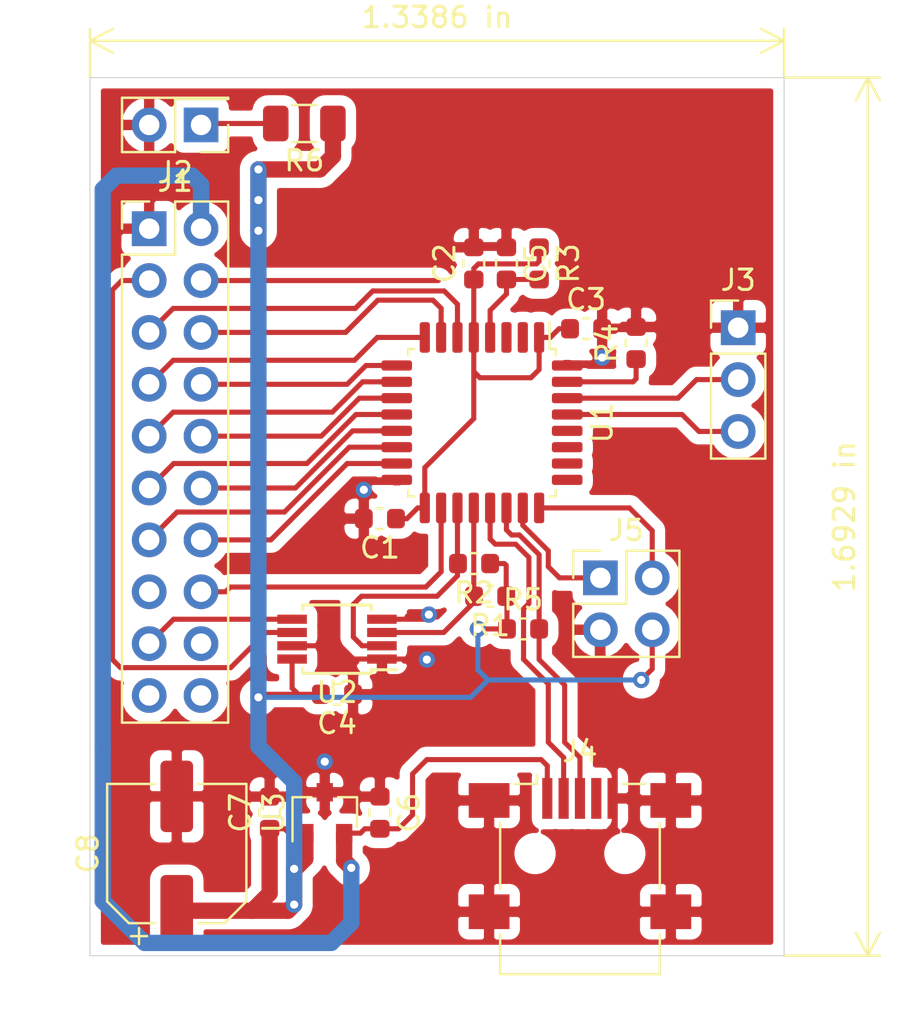
<source format=kicad_pcb>
(kicad_pcb (version 20171130) (host pcbnew "(5.1.0)-1")

  (general
    (thickness 1.6)
    (drawings 6)
    (tracks 248)
    (zones 0)
    (modules 22)
    (nets 29)
  )

  (page A4)
  (layers
    (0 F.Cu signal)
    (31 B.Cu signal)
    (32 B.Adhes user)
    (33 F.Adhes user)
    (34 B.Paste user)
    (35 F.Paste user)
    (36 B.SilkS user)
    (37 F.SilkS user)
    (38 B.Mask user)
    (39 F.Mask user)
    (40 Dwgs.User user)
    (41 Cmts.User user)
    (42 Eco1.User user)
    (43 Eco2.User user)
    (44 Edge.Cuts user)
    (45 Margin user)
    (46 B.CrtYd user)
    (47 F.CrtYd user)
    (48 B.Fab user)
    (49 F.Fab user)
  )

  (setup
    (last_trace_width 0.8)
    (user_trace_width 0.8)
    (trace_clearance 0.2)
    (zone_clearance 0.508)
    (zone_45_only no)
    (trace_min 0.2)
    (via_size 0.8)
    (via_drill 0.4)
    (via_min_size 0.4)
    (via_min_drill 0.3)
    (uvia_size 0.3)
    (uvia_drill 0.1)
    (uvias_allowed no)
    (uvia_min_size 0.2)
    (uvia_min_drill 0.1)
    (edge_width 0.05)
    (segment_width 0.2)
    (pcb_text_width 0.3)
    (pcb_text_size 1.5 1.5)
    (mod_edge_width 0.12)
    (mod_text_size 1 1)
    (mod_text_width 0.15)
    (pad_size 1.524 1.524)
    (pad_drill 0.762)
    (pad_to_mask_clearance 0.051)
    (solder_mask_min_width 0.25)
    (aux_axis_origin 0 0)
    (visible_elements FFFFFF7F)
    (pcbplotparams
      (layerselection 0x010fc_ffffffff)
      (usegerberextensions false)
      (usegerberattributes false)
      (usegerberadvancedattributes false)
      (creategerberjobfile false)
      (excludeedgelayer true)
      (linewidth 0.100000)
      (plotframeref false)
      (viasonmask false)
      (mode 1)
      (useauxorigin false)
      (hpglpennumber 1)
      (hpglpenspeed 20)
      (hpglpendiameter 15.000000)
      (psnegative false)
      (psa4output false)
      (plotreference true)
      (plotvalue true)
      (plotinvisibletext false)
      (padsonsilk false)
      (subtractmaskfromsilk false)
      (outputformat 1)
      (mirror false)
      (drillshape 1)
      (scaleselection 1)
      (outputdirectory ""))
  )

  (net 0 "")
  (net 1 GND)
  (net 2 +3V3)
  (net 3 /SDA)
  (net 4 /SCL)
  (net 5 /V0)
  (net 6 /VEE)
  (net 7 /RESET)
  (net 8 /DB7)
  (net 9 /DB6)
  (net 10 /DB5)
  (net 11 /DB4)
  (net 12 /DB3)
  (net 13 /DB2)
  (net 14 /DB1)
  (net 15 /DB0)
  (net 16 /WR)
  (net 17 /RD)
  (net 18 /C_D)
  (net 19 +5V)
  (net 20 /USB_D+)
  (net 21 /USB_D-)
  (net 22 "Net-(C5-Pad2)")
  (net 23 "Net-(R4-Pad1)")
  (net 24 /USART_TX)
  (net 25 /USART_RX)
  (net 26 /SWCLK)
  (net 27 /SWDIO)
  (net 28 "Net-(J2-Pad1)")

  (net_class Default "Dies ist die voreingestellte Netzklasse."
    (clearance 0.2)
    (trace_width 0.25)
    (via_dia 0.8)
    (via_drill 0.4)
    (uvia_dia 0.3)
    (uvia_drill 0.1)
    (add_net +3V3)
    (add_net +5V)
    (add_net /C_D)
    (add_net /DB0)
    (add_net /DB1)
    (add_net /DB2)
    (add_net /DB3)
    (add_net /DB4)
    (add_net /DB5)
    (add_net /DB6)
    (add_net /DB7)
    (add_net /RD)
    (add_net /RESET)
    (add_net /SCL)
    (add_net /SDA)
    (add_net /SWCLK)
    (add_net /SWDIO)
    (add_net /USART_RX)
    (add_net /USART_TX)
    (add_net /USB_D+)
    (add_net /USB_D-)
    (add_net /V0)
    (add_net /VEE)
    (add_net /WR)
    (add_net GND)
    (add_net "Net-(C5-Pad2)")
    (add_net "Net-(J2-Pad1)")
    (add_net "Net-(R4-Pad1)")
  )

  (module Resistor_SMD:R_1206_3216Metric (layer F.Cu) (tedit 5B301BBD) (tstamp 5EE0C73D)
    (at 54.5 39.25 180)
    (descr "Resistor SMD 1206 (3216 Metric), square (rectangular) end terminal, IPC_7351 nominal, (Body size source: http://www.tortai-tech.com/upload/download/2011102023233369053.pdf), generated with kicad-footprint-generator")
    (tags resistor)
    (path /5EFA574D)
    (attr smd)
    (fp_text reference R6 (at 0 -1.82 180) (layer F.SilkS)
      (effects (font (size 1 1) (thickness 0.15)))
    )
    (fp_text value R (at 0 1.82 180) (layer F.Fab)
      (effects (font (size 1 1) (thickness 0.15)))
    )
    (fp_text user %R (at 0 0 180) (layer F.Fab)
      (effects (font (size 0.8 0.8) (thickness 0.12)))
    )
    (fp_line (start 2.28 1.12) (end -2.28 1.12) (layer F.CrtYd) (width 0.05))
    (fp_line (start 2.28 -1.12) (end 2.28 1.12) (layer F.CrtYd) (width 0.05))
    (fp_line (start -2.28 -1.12) (end 2.28 -1.12) (layer F.CrtYd) (width 0.05))
    (fp_line (start -2.28 1.12) (end -2.28 -1.12) (layer F.CrtYd) (width 0.05))
    (fp_line (start -0.602064 0.91) (end 0.602064 0.91) (layer F.SilkS) (width 0.12))
    (fp_line (start -0.602064 -0.91) (end 0.602064 -0.91) (layer F.SilkS) (width 0.12))
    (fp_line (start 1.6 0.8) (end -1.6 0.8) (layer F.Fab) (width 0.1))
    (fp_line (start 1.6 -0.8) (end 1.6 0.8) (layer F.Fab) (width 0.1))
    (fp_line (start -1.6 -0.8) (end 1.6 -0.8) (layer F.Fab) (width 0.1))
    (fp_line (start -1.6 0.8) (end -1.6 -0.8) (layer F.Fab) (width 0.1))
    (pad 2 smd roundrect (at 1.4 0 180) (size 1.25 1.75) (layers F.Cu F.Paste F.Mask) (roundrect_rratio 0.2)
      (net 28 "Net-(J2-Pad1)"))
    (pad 1 smd roundrect (at -1.4 0 180) (size 1.25 1.75) (layers F.Cu F.Paste F.Mask) (roundrect_rratio 0.2)
      (net 2 +3V3))
    (model ${KISYS3DMOD}/Resistor_SMD.3dshapes/R_1206_3216Metric.wrl
      (at (xyz 0 0 0))
      (scale (xyz 1 1 1))
      (rotate (xyz 0 0 0))
    )
  )

  (module Package_TO_SOT_SMD:SOT-23 (layer F.Cu) (tedit 5A02FF57) (tstamp 5EE0B5CC)
    (at 55.5 73 90)
    (descr "SOT-23, Standard")
    (tags SOT-23)
    (path /5EEEFCB7)
    (attr smd)
    (fp_text reference U3 (at 0 -2.5 90) (layer F.SilkS)
      (effects (font (size 1 1) (thickness 0.15)))
    )
    (fp_text value MCP1812BT_033TT (at 0 2.5 90) (layer F.Fab)
      (effects (font (size 1 1) (thickness 0.15)))
    )
    (fp_line (start 0.76 1.58) (end -0.7 1.58) (layer F.SilkS) (width 0.12))
    (fp_line (start 0.76 -1.58) (end -1.4 -1.58) (layer F.SilkS) (width 0.12))
    (fp_line (start -1.7 1.75) (end -1.7 -1.75) (layer F.CrtYd) (width 0.05))
    (fp_line (start 1.7 1.75) (end -1.7 1.75) (layer F.CrtYd) (width 0.05))
    (fp_line (start 1.7 -1.75) (end 1.7 1.75) (layer F.CrtYd) (width 0.05))
    (fp_line (start -1.7 -1.75) (end 1.7 -1.75) (layer F.CrtYd) (width 0.05))
    (fp_line (start 0.76 -1.58) (end 0.76 -0.65) (layer F.SilkS) (width 0.12))
    (fp_line (start 0.76 1.58) (end 0.76 0.65) (layer F.SilkS) (width 0.12))
    (fp_line (start -0.7 1.52) (end 0.7 1.52) (layer F.Fab) (width 0.1))
    (fp_line (start 0.7 -1.52) (end 0.7 1.52) (layer F.Fab) (width 0.1))
    (fp_line (start -0.7 -0.95) (end -0.15 -1.52) (layer F.Fab) (width 0.1))
    (fp_line (start -0.15 -1.52) (end 0.7 -1.52) (layer F.Fab) (width 0.1))
    (fp_line (start -0.7 -0.95) (end -0.7 1.5) (layer F.Fab) (width 0.1))
    (fp_text user %R (at 0 0 180) (layer F.Fab)
      (effects (font (size 0.5 0.5) (thickness 0.075)))
    )
    (pad 3 smd rect (at 1 0 90) (size 0.9 0.8) (layers F.Cu F.Paste F.Mask)
      (net 1 GND))
    (pad 2 smd rect (at -1 0.95 90) (size 0.9 0.8) (layers F.Cu F.Paste F.Mask)
      (net 19 +5V))
    (pad 1 smd rect (at -1 -0.95 90) (size 0.9 0.8) (layers F.Cu F.Paste F.Mask)
      (net 2 +3V3))
    (model ${KISYS3DMOD}/Package_TO_SOT_SMD.3dshapes/SOT-23.wrl
      (at (xyz 0 0 0))
      (scale (xyz 1 1 1))
      (rotate (xyz 0 0 0))
    )
  )

  (module Connector_PinHeader_2.54mm:PinHeader_1x03_P2.54mm_Vertical (layer F.Cu) (tedit 59FED5CC) (tstamp 5EE0A88B)
    (at 75.75 49.25)
    (descr "Through hole straight pin header, 1x03, 2.54mm pitch, single row")
    (tags "Through hole pin header THT 1x03 2.54mm single row")
    (path /5EEDECC8)
    (fp_text reference J3 (at 0 -2.33) (layer F.SilkS)
      (effects (font (size 1 1) (thickness 0.15)))
    )
    (fp_text value Conn_01x03 (at 0 7.41) (layer F.Fab)
      (effects (font (size 1 1) (thickness 0.15)))
    )
    (fp_text user %R (at 0 2.54 90) (layer F.Fab)
      (effects (font (size 1 1) (thickness 0.15)))
    )
    (fp_line (start 1.8 -1.8) (end -1.8 -1.8) (layer F.CrtYd) (width 0.05))
    (fp_line (start 1.8 6.85) (end 1.8 -1.8) (layer F.CrtYd) (width 0.05))
    (fp_line (start -1.8 6.85) (end 1.8 6.85) (layer F.CrtYd) (width 0.05))
    (fp_line (start -1.8 -1.8) (end -1.8 6.85) (layer F.CrtYd) (width 0.05))
    (fp_line (start -1.33 -1.33) (end 0 -1.33) (layer F.SilkS) (width 0.12))
    (fp_line (start -1.33 0) (end -1.33 -1.33) (layer F.SilkS) (width 0.12))
    (fp_line (start -1.33 1.27) (end 1.33 1.27) (layer F.SilkS) (width 0.12))
    (fp_line (start 1.33 1.27) (end 1.33 6.41) (layer F.SilkS) (width 0.12))
    (fp_line (start -1.33 1.27) (end -1.33 6.41) (layer F.SilkS) (width 0.12))
    (fp_line (start -1.33 6.41) (end 1.33 6.41) (layer F.SilkS) (width 0.12))
    (fp_line (start -1.27 -0.635) (end -0.635 -1.27) (layer F.Fab) (width 0.1))
    (fp_line (start -1.27 6.35) (end -1.27 -0.635) (layer F.Fab) (width 0.1))
    (fp_line (start 1.27 6.35) (end -1.27 6.35) (layer F.Fab) (width 0.1))
    (fp_line (start 1.27 -1.27) (end 1.27 6.35) (layer F.Fab) (width 0.1))
    (fp_line (start -0.635 -1.27) (end 1.27 -1.27) (layer F.Fab) (width 0.1))
    (pad 3 thru_hole oval (at 0 5.08) (size 1.7 1.7) (drill 1) (layers *.Cu *.Mask)
      (net 25 /USART_RX))
    (pad 2 thru_hole oval (at 0 2.54) (size 1.7 1.7) (drill 1) (layers *.Cu *.Mask)
      (net 24 /USART_TX))
    (pad 1 thru_hole rect (at 0 0) (size 1.7 1.7) (drill 1) (layers *.Cu *.Mask)
      (net 1 GND))
    (model ${KISYS3DMOD}/Connector_PinHeader_2.54mm.3dshapes/PinHeader_1x03_P2.54mm_Vertical.wrl
      (at (xyz 0 0 0))
      (scale (xyz 1 1 1))
      (rotate (xyz 0 0 0))
    )
  )

  (module Connector_PinHeader_2.54mm:PinHeader_2x02_P2.54mm_Vertical (layer F.Cu) (tedit 59FED5CC) (tstamp 5EE09D2A)
    (at 69 61.5)
    (descr "Through hole straight pin header, 2x02, 2.54mm pitch, double rows")
    (tags "Through hole pin header THT 2x02 2.54mm double row")
    (path /5EEA1329)
    (fp_text reference J5 (at 1.27 -2.33) (layer F.SilkS)
      (effects (font (size 1 1) (thickness 0.15)))
    )
    (fp_text value Conn_02x02_Counter_Clockwise (at 1.27 4.87) (layer F.Fab)
      (effects (font (size 1 1) (thickness 0.15)))
    )
    (fp_text user %R (at 1.27 1.27 90) (layer F.Fab)
      (effects (font (size 1 1) (thickness 0.15)))
    )
    (fp_line (start 4.35 -1.8) (end -1.8 -1.8) (layer F.CrtYd) (width 0.05))
    (fp_line (start 4.35 4.35) (end 4.35 -1.8) (layer F.CrtYd) (width 0.05))
    (fp_line (start -1.8 4.35) (end 4.35 4.35) (layer F.CrtYd) (width 0.05))
    (fp_line (start -1.8 -1.8) (end -1.8 4.35) (layer F.CrtYd) (width 0.05))
    (fp_line (start -1.33 -1.33) (end 0 -1.33) (layer F.SilkS) (width 0.12))
    (fp_line (start -1.33 0) (end -1.33 -1.33) (layer F.SilkS) (width 0.12))
    (fp_line (start 1.27 -1.33) (end 3.87 -1.33) (layer F.SilkS) (width 0.12))
    (fp_line (start 1.27 1.27) (end 1.27 -1.33) (layer F.SilkS) (width 0.12))
    (fp_line (start -1.33 1.27) (end 1.27 1.27) (layer F.SilkS) (width 0.12))
    (fp_line (start 3.87 -1.33) (end 3.87 3.87) (layer F.SilkS) (width 0.12))
    (fp_line (start -1.33 1.27) (end -1.33 3.87) (layer F.SilkS) (width 0.12))
    (fp_line (start -1.33 3.87) (end 3.87 3.87) (layer F.SilkS) (width 0.12))
    (fp_line (start -1.27 0) (end 0 -1.27) (layer F.Fab) (width 0.1))
    (fp_line (start -1.27 3.81) (end -1.27 0) (layer F.Fab) (width 0.1))
    (fp_line (start 3.81 3.81) (end -1.27 3.81) (layer F.Fab) (width 0.1))
    (fp_line (start 3.81 -1.27) (end 3.81 3.81) (layer F.Fab) (width 0.1))
    (fp_line (start 0 -1.27) (end 3.81 -1.27) (layer F.Fab) (width 0.1))
    (pad 4 thru_hole oval (at 2.54 2.54) (size 1.7 1.7) (drill 1) (layers *.Cu *.Mask)
      (net 2 +3V3))
    (pad 3 thru_hole oval (at 0 2.54) (size 1.7 1.7) (drill 1) (layers *.Cu *.Mask)
      (net 1 GND))
    (pad 2 thru_hole oval (at 2.54 0) (size 1.7 1.7) (drill 1) (layers *.Cu *.Mask)
      (net 26 /SWCLK))
    (pad 1 thru_hole rect (at 0 0) (size 1.7 1.7) (drill 1) (layers *.Cu *.Mask)
      (net 27 /SWDIO))
    (model ${KISYS3DMOD}/Connector_PinHeader_2.54mm.3dshapes/PinHeader_2x02_P2.54mm_Vertical.wrl
      (at (xyz 0 0 0))
      (scale (xyz 1 1 1))
      (rotate (xyz 0 0 0))
    )
  )

  (module Connector_USB:USB_Mini-B_Lumberg_2486_01_Horizontal (layer F.Cu) (tedit 5AC6B535) (tstamp 5EE09D10)
    (at 68 75)
    (descr "USB Mini-B 5-pin SMD connector, http://downloads.lumberg.com/datenblaetter/en/2486_01.pdf")
    (tags "USB USB_B USB_Mini connector")
    (path /5EEF396F)
    (attr smd)
    (fp_text reference J4 (at 0 -5) (layer F.SilkS)
      (effects (font (size 1 1) (thickness 0.15)))
    )
    (fp_text value USB_B_Mini (at 0 7.5) (layer F.Fab)
      (effects (font (size 1 1) (thickness 0.15)))
    )
    (fp_line (start -4.35 6.35) (end -4.35 4.2) (layer F.CrtYd) (width 0.05))
    (fp_line (start -4.35 4.2) (end -5.95 4.2) (layer F.CrtYd) (width 0.05))
    (fp_line (start -5.95 1.5) (end -5.95 4.2) (layer F.CrtYd) (width 0.05))
    (fp_line (start -4.35 1.5) (end -5.95 1.5) (layer F.CrtYd) (width 0.05))
    (fp_line (start -4.35 -1.25) (end -4.35 1.5) (layer F.CrtYd) (width 0.05))
    (fp_line (start -4.35 -1.25) (end -5.95 -1.25) (layer F.CrtYd) (width 0.05))
    (fp_line (start -5.95 -3.95) (end -5.95 -1.25) (layer F.CrtYd) (width 0.05))
    (fp_line (start -5.95 -3.95) (end -2.35 -3.95) (layer F.CrtYd) (width 0.05))
    (fp_line (start -2.35 -3.95) (end -2.35 -4.2) (layer F.CrtYd) (width 0.05))
    (fp_line (start 5.95 -3.95) (end 5.95 -1.25) (layer F.CrtYd) (width 0.05))
    (fp_line (start 4.35 -1.25) (end 5.95 -1.25) (layer F.CrtYd) (width 0.05))
    (fp_line (start 4.35 -1.25) (end 4.35 1.5) (layer F.CrtYd) (width 0.05))
    (fp_line (start -1.95 -3.35) (end -1.6 -2.85) (layer F.Fab) (width 0.1))
    (fp_line (start 5.95 1.5) (end 5.95 4.2) (layer F.CrtYd) (width 0.05))
    (fp_line (start 5.95 -3.95) (end 2.35 -3.95) (layer F.CrtYd) (width 0.05))
    (fp_line (start -4.35 6.35) (end 4.35 6.35) (layer F.CrtYd) (width 0.05))
    (fp_line (start -3.85 -3.35) (end 3.85 -3.35) (layer F.Fab) (width 0.1))
    (fp_line (start -3.85 -3.35) (end -3.85 5.85) (layer F.Fab) (width 0.1))
    (fp_line (start -3.85 5.85) (end 3.85 5.85) (layer F.Fab) (width 0.1))
    (fp_line (start 3.85 5.85) (end 3.85 -3.35) (layer F.Fab) (width 0.1))
    (fp_line (start -3.91 5.91) (end -3.91 3.96) (layer F.SilkS) (width 0.12))
    (fp_line (start -3.91 1.74) (end -3.91 -1.49) (layer F.SilkS) (width 0.12))
    (fp_line (start -3.19 -3.41) (end -2.11 -3.41) (layer F.SilkS) (width 0.12))
    (fp_line (start 2.11 -3.41) (end 3.19 -3.41) (layer F.SilkS) (width 0.12))
    (fp_line (start 3.91 1.74) (end 3.91 -1.49) (layer F.SilkS) (width 0.12))
    (fp_line (start 3.91 5.91) (end 3.91 3.96) (layer F.SilkS) (width 0.12))
    (fp_text user %R (at 0 1.6 180) (layer F.Fab)
      (effects (font (size 1 1) (thickness 0.15)))
    )
    (fp_line (start -2.11 -3.41) (end -2.11 -3.84) (layer F.SilkS) (width 0.12))
    (fp_line (start -1.6 -2.85) (end -1.25 -3.35) (layer F.Fab) (width 0.1))
    (fp_line (start 3.91 5.91) (end -3.91 5.91) (layer F.SilkS) (width 0.12))
    (fp_line (start 4.35 6.35) (end 4.35 4.2) (layer F.CrtYd) (width 0.05))
    (fp_line (start 4.35 4.2) (end 5.95 4.2) (layer F.CrtYd) (width 0.05))
    (fp_line (start 4.35 1.5) (end 5.95 1.5) (layer F.CrtYd) (width 0.05))
    (fp_line (start 2.35 -3.95) (end 2.35 -4.2) (layer F.CrtYd) (width 0.05))
    (fp_line (start 2.35 -4.2) (end -2.35 -4.2) (layer F.CrtYd) (width 0.05))
    (pad "" np_thru_hole circle (at 2.2 0) (size 1 1) (drill 1) (layers *.Cu *.Mask))
    (pad "" np_thru_hole circle (at -2.2 0) (size 1 1) (drill 1) (layers *.Cu *.Mask))
    (pad 6 smd rect (at 4.45 2.85) (size 2 1.7) (layers F.Cu F.Paste F.Mask)
      (net 1 GND))
    (pad 6 smd rect (at 4.45 -2.6) (size 2 1.7) (layers F.Cu F.Paste F.Mask)
      (net 1 GND))
    (pad 6 smd rect (at -4.45 2.85) (size 2 1.7) (layers F.Cu F.Paste F.Mask)
      (net 1 GND))
    (pad 6 smd rect (at -4.45 -2.6) (size 2 1.7) (layers F.Cu F.Paste F.Mask)
      (net 1 GND))
    (pad 5 smd rect (at 1.6 -2.7) (size 0.5 2) (layers F.Cu F.Paste F.Mask)
      (net 1 GND))
    (pad 4 smd rect (at 0.8 -2.7) (size 0.5 2) (layers F.Cu F.Paste F.Mask))
    (pad 3 smd rect (at 0 -2.7) (size 0.5 2) (layers F.Cu F.Paste F.Mask)
      (net 20 /USB_D+))
    (pad 2 smd rect (at -0.8 -2.7) (size 0.5 2) (layers F.Cu F.Paste F.Mask)
      (net 21 /USB_D-))
    (pad 1 smd rect (at -1.6 -2.7) (size 0.5 2) (layers F.Cu F.Paste F.Mask)
      (net 19 +5V))
    (model ${KISYS3DMOD}/Connector_USB.3dshapes/USB_Mini-B_Lumberg_2486_01_Horizontal.wrl
      (at (xyz 0 0 0))
      (scale (xyz 1 1 1))
      (rotate (xyz 0 0 0))
    )
  )

  (module Connector_PinHeader_2.54mm:PinHeader_2x01_P2.54mm_Vertical (layer F.Cu) (tedit 59FED5CC) (tstamp 5EE09CDE)
    (at 49.44 39.32 180)
    (descr "Through hole straight pin header, 2x01, 2.54mm pitch, double rows")
    (tags "Through hole pin header THT 2x01 2.54mm double row")
    (path /5EE0A258)
    (fp_text reference J2 (at 1.27 -2.33 180) (layer F.SilkS)
      (effects (font (size 1 1) (thickness 0.15)))
    )
    (fp_text value Conn_02x01 (at 1.27 2.33 180) (layer F.Fab)
      (effects (font (size 1 1) (thickness 0.15)))
    )
    (fp_text user %R (at 1.27 0 270) (layer F.Fab)
      (effects (font (size 1 1) (thickness 0.15)))
    )
    (fp_line (start 4.35 -1.8) (end -1.8 -1.8) (layer F.CrtYd) (width 0.05))
    (fp_line (start 4.35 1.8) (end 4.35 -1.8) (layer F.CrtYd) (width 0.05))
    (fp_line (start -1.8 1.8) (end 4.35 1.8) (layer F.CrtYd) (width 0.05))
    (fp_line (start -1.8 -1.8) (end -1.8 1.8) (layer F.CrtYd) (width 0.05))
    (fp_line (start -1.33 -1.33) (end 0 -1.33) (layer F.SilkS) (width 0.12))
    (fp_line (start -1.33 0) (end -1.33 -1.33) (layer F.SilkS) (width 0.12))
    (fp_line (start 1.27 -1.33) (end 3.87 -1.33) (layer F.SilkS) (width 0.12))
    (fp_line (start 1.27 1.27) (end 1.27 -1.33) (layer F.SilkS) (width 0.12))
    (fp_line (start -1.33 1.27) (end 1.27 1.27) (layer F.SilkS) (width 0.12))
    (fp_line (start 3.87 -1.33) (end 3.87 1.33) (layer F.SilkS) (width 0.12))
    (fp_line (start -1.33 1.27) (end -1.33 1.33) (layer F.SilkS) (width 0.12))
    (fp_line (start -1.33 1.33) (end 3.87 1.33) (layer F.SilkS) (width 0.12))
    (fp_line (start -1.27 0) (end 0 -1.27) (layer F.Fab) (width 0.1))
    (fp_line (start -1.27 1.27) (end -1.27 0) (layer F.Fab) (width 0.1))
    (fp_line (start 3.81 1.27) (end -1.27 1.27) (layer F.Fab) (width 0.1))
    (fp_line (start 3.81 -1.27) (end 3.81 1.27) (layer F.Fab) (width 0.1))
    (fp_line (start 0 -1.27) (end 3.81 -1.27) (layer F.Fab) (width 0.1))
    (pad 2 thru_hole oval (at 2.54 0 180) (size 1.7 1.7) (drill 1) (layers *.Cu *.Mask)
      (net 1 GND))
    (pad 1 thru_hole rect (at 0 0 180) (size 1.7 1.7) (drill 1) (layers *.Cu *.Mask)
      (net 28 "Net-(J2-Pad1)"))
    (model ${KISYS3DMOD}/Connector_PinHeader_2.54mm.3dshapes/PinHeader_2x01_P2.54mm_Vertical.wrl
      (at (xyz 0 0 0))
      (scale (xyz 1 1 1))
      (rotate (xyz 0 0 0))
    )
  )

  (module Resistor_SMD:R_0603_1608Metric (layer F.Cu) (tedit 5B301BBD) (tstamp 5EE08DDD)
    (at 65.2125 64)
    (descr "Resistor SMD 0603 (1608 Metric), square (rectangular) end terminal, IPC_7351 nominal, (Body size source: http://www.tortai-tech.com/upload/download/2011102023233369053.pdf), generated with kicad-footprint-generator")
    (tags resistor)
    (path /5EF70F6A)
    (attr smd)
    (fp_text reference R5 (at 0 -1.43) (layer F.SilkS)
      (effects (font (size 1 1) (thickness 0.15)))
    )
    (fp_text value 1.5K (at 0 1.43) (layer F.Fab)
      (effects (font (size 1 1) (thickness 0.15)))
    )
    (fp_text user %R (at -0.02 0) (layer F.Fab)
      (effects (font (size 0.4 0.4) (thickness 0.06)))
    )
    (fp_line (start 1.48 0.73) (end -1.48 0.73) (layer F.CrtYd) (width 0.05))
    (fp_line (start 1.48 -0.73) (end 1.48 0.73) (layer F.CrtYd) (width 0.05))
    (fp_line (start -1.48 -0.73) (end 1.48 -0.73) (layer F.CrtYd) (width 0.05))
    (fp_line (start -1.48 0.73) (end -1.48 -0.73) (layer F.CrtYd) (width 0.05))
    (fp_line (start -0.162779 0.51) (end 0.162779 0.51) (layer F.SilkS) (width 0.12))
    (fp_line (start -0.162779 -0.51) (end 0.162779 -0.51) (layer F.SilkS) (width 0.12))
    (fp_line (start 0.8 0.4) (end -0.8 0.4) (layer F.Fab) (width 0.1))
    (fp_line (start 0.8 -0.4) (end 0.8 0.4) (layer F.Fab) (width 0.1))
    (fp_line (start -0.8 -0.4) (end 0.8 -0.4) (layer F.Fab) (width 0.1))
    (fp_line (start -0.8 0.4) (end -0.8 -0.4) (layer F.Fab) (width 0.1))
    (pad 2 smd roundrect (at 0.7875 0) (size 0.875 0.95) (layers F.Cu F.Paste F.Mask) (roundrect_rratio 0.25)
      (net 20 /USB_D+))
    (pad 1 smd roundrect (at -0.7875 0) (size 0.875 0.95) (layers F.Cu F.Paste F.Mask) (roundrect_rratio 0.25)
      (net 2 +3V3))
    (model ${KISYS3DMOD}/Resistor_SMD.3dshapes/R_0603_1608Metric.wrl
      (at (xyz 0 0 0))
      (scale (xyz 1 1 1))
      (rotate (xyz 0 0 0))
    )
  )

  (module Resistor_SMD:R_0603_1608Metric (layer F.Cu) (tedit 5B301BBD) (tstamp 5EE08DCC)
    (at 70.75 50 90)
    (descr "Resistor SMD 0603 (1608 Metric), square (rectangular) end terminal, IPC_7351 nominal, (Body size source: http://www.tortai-tech.com/upload/download/2011102023233369053.pdf), generated with kicad-footprint-generator")
    (tags resistor)
    (path /5EECCCD4)
    (attr smd)
    (fp_text reference R4 (at 0 -1.43 90) (layer F.SilkS)
      (effects (font (size 1 1) (thickness 0.15)))
    )
    (fp_text value 100K (at 0 1.43 90) (layer F.Fab)
      (effects (font (size 1 1) (thickness 0.15)))
    )
    (fp_text user %R (at 0 0 90) (layer F.Fab)
      (effects (font (size 0.4 0.4) (thickness 0.06)))
    )
    (fp_line (start 1.48 0.73) (end -1.48 0.73) (layer F.CrtYd) (width 0.05))
    (fp_line (start 1.48 -0.73) (end 1.48 0.73) (layer F.CrtYd) (width 0.05))
    (fp_line (start -1.48 -0.73) (end 1.48 -0.73) (layer F.CrtYd) (width 0.05))
    (fp_line (start -1.48 0.73) (end -1.48 -0.73) (layer F.CrtYd) (width 0.05))
    (fp_line (start -0.162779 0.51) (end 0.162779 0.51) (layer F.SilkS) (width 0.12))
    (fp_line (start -0.162779 -0.51) (end 0.162779 -0.51) (layer F.SilkS) (width 0.12))
    (fp_line (start 0.8 0.4) (end -0.8 0.4) (layer F.Fab) (width 0.1))
    (fp_line (start 0.8 -0.4) (end 0.8 0.4) (layer F.Fab) (width 0.1))
    (fp_line (start -0.8 -0.4) (end 0.8 -0.4) (layer F.Fab) (width 0.1))
    (fp_line (start -0.8 0.4) (end -0.8 -0.4) (layer F.Fab) (width 0.1))
    (pad 2 smd roundrect (at 0.7875 0 90) (size 0.875 0.95) (layers F.Cu F.Paste F.Mask) (roundrect_rratio 0.25)
      (net 1 GND))
    (pad 1 smd roundrect (at -0.7875 0 90) (size 0.875 0.95) (layers F.Cu F.Paste F.Mask) (roundrect_rratio 0.25)
      (net 23 "Net-(R4-Pad1)"))
    (model ${KISYS3DMOD}/Resistor_SMD.3dshapes/R_0603_1608Metric.wrl
      (at (xyz 0 0 0))
      (scale (xyz 1 1 1))
      (rotate (xyz 0 0 0))
    )
  )

  (module Resistor_SMD:R_0603_1608Metric (layer F.Cu) (tedit 5B301BBD) (tstamp 5EE08DBB)
    (at 66 46.1 270)
    (descr "Resistor SMD 0603 (1608 Metric), square (rectangular) end terminal, IPC_7351 nominal, (Body size source: http://www.tortai-tech.com/upload/download/2011102023233369053.pdf), generated with kicad-footprint-generator")
    (tags resistor)
    (path /5EEB4254)
    (attr smd)
    (fp_text reference R3 (at 0 -1.43 270) (layer F.SilkS)
      (effects (font (size 1 1) (thickness 0.15)))
    )
    (fp_text value 100K (at 0 1.43 270) (layer F.Fab)
      (effects (font (size 1 1) (thickness 0.15)))
    )
    (fp_text user %R (at 0 0 270) (layer F.Fab)
      (effects (font (size 0.4 0.4) (thickness 0.06)))
    )
    (fp_line (start 1.48 0.73) (end -1.48 0.73) (layer F.CrtYd) (width 0.05))
    (fp_line (start 1.48 -0.73) (end 1.48 0.73) (layer F.CrtYd) (width 0.05))
    (fp_line (start -1.48 -0.73) (end 1.48 -0.73) (layer F.CrtYd) (width 0.05))
    (fp_line (start -1.48 0.73) (end -1.48 -0.73) (layer F.CrtYd) (width 0.05))
    (fp_line (start -0.162779 0.51) (end 0.162779 0.51) (layer F.SilkS) (width 0.12))
    (fp_line (start -0.162779 -0.51) (end 0.162779 -0.51) (layer F.SilkS) (width 0.12))
    (fp_line (start 0.8 0.4) (end -0.8 0.4) (layer F.Fab) (width 0.1))
    (fp_line (start 0.8 -0.4) (end 0.8 0.4) (layer F.Fab) (width 0.1))
    (fp_line (start -0.8 -0.4) (end 0.8 -0.4) (layer F.Fab) (width 0.1))
    (fp_line (start -0.8 0.4) (end -0.8 -0.4) (layer F.Fab) (width 0.1))
    (pad 2 smd roundrect (at 0.7875 0 270) (size 0.875 0.95) (layers F.Cu F.Paste F.Mask) (roundrect_rratio 0.25)
      (net 22 "Net-(C5-Pad2)"))
    (pad 1 smd roundrect (at -0.7875 0 270) (size 0.875 0.95) (layers F.Cu F.Paste F.Mask) (roundrect_rratio 0.25)
      (net 2 +3V3))
    (model ${KISYS3DMOD}/Resistor_SMD.3dshapes/R_0603_1608Metric.wrl
      (at (xyz 0 0 0))
      (scale (xyz 1 1 1))
      (rotate (xyz 0 0 0))
    )
  )

  (module Capacitor_SMD:CP_Elec_6.3x5.9 (layer F.Cu) (tedit 5BCA39D0) (tstamp 5EE08D18)
    (at 48.25 75 90)
    (descr "SMD capacitor, aluminum electrolytic, Panasonic C6, 6.3x5.9mm")
    (tags "capacitor electrolytic")
    (path /5EF5EC41)
    (attr smd)
    (fp_text reference C8 (at 0 -4.35 90) (layer F.SilkS)
      (effects (font (size 1 1) (thickness 0.15)))
    )
    (fp_text value CP (at 0 4.35 90) (layer F.Fab)
      (effects (font (size 1 1) (thickness 0.15)))
    )
    (fp_text user %R (at 0 0 90) (layer F.Fab)
      (effects (font (size 1 1) (thickness 0.15)))
    )
    (fp_line (start -4.8 1.05) (end -3.55 1.05) (layer F.CrtYd) (width 0.05))
    (fp_line (start -4.8 -1.05) (end -4.8 1.05) (layer F.CrtYd) (width 0.05))
    (fp_line (start -3.55 -1.05) (end -4.8 -1.05) (layer F.CrtYd) (width 0.05))
    (fp_line (start -3.55 1.05) (end -3.55 2.4) (layer F.CrtYd) (width 0.05))
    (fp_line (start -3.55 -2.4) (end -3.55 -1.05) (layer F.CrtYd) (width 0.05))
    (fp_line (start -3.55 -2.4) (end -2.4 -3.55) (layer F.CrtYd) (width 0.05))
    (fp_line (start -3.55 2.4) (end -2.4 3.55) (layer F.CrtYd) (width 0.05))
    (fp_line (start -2.4 -3.55) (end 3.55 -3.55) (layer F.CrtYd) (width 0.05))
    (fp_line (start -2.4 3.55) (end 3.55 3.55) (layer F.CrtYd) (width 0.05))
    (fp_line (start 3.55 1.05) (end 3.55 3.55) (layer F.CrtYd) (width 0.05))
    (fp_line (start 4.8 1.05) (end 3.55 1.05) (layer F.CrtYd) (width 0.05))
    (fp_line (start 4.8 -1.05) (end 4.8 1.05) (layer F.CrtYd) (width 0.05))
    (fp_line (start 3.55 -1.05) (end 4.8 -1.05) (layer F.CrtYd) (width 0.05))
    (fp_line (start 3.55 -3.55) (end 3.55 -1.05) (layer F.CrtYd) (width 0.05))
    (fp_line (start -4.04375 -2.24125) (end -4.04375 -1.45375) (layer F.SilkS) (width 0.12))
    (fp_line (start -4.4375 -1.8475) (end -3.65 -1.8475) (layer F.SilkS) (width 0.12))
    (fp_line (start -3.41 2.345563) (end -2.345563 3.41) (layer F.SilkS) (width 0.12))
    (fp_line (start -3.41 -2.345563) (end -2.345563 -3.41) (layer F.SilkS) (width 0.12))
    (fp_line (start -3.41 -2.345563) (end -3.41 -1.06) (layer F.SilkS) (width 0.12))
    (fp_line (start -3.41 2.345563) (end -3.41 1.06) (layer F.SilkS) (width 0.12))
    (fp_line (start -2.345563 3.41) (end 3.41 3.41) (layer F.SilkS) (width 0.12))
    (fp_line (start -2.345563 -3.41) (end 3.41 -3.41) (layer F.SilkS) (width 0.12))
    (fp_line (start 3.41 -3.41) (end 3.41 -1.06) (layer F.SilkS) (width 0.12))
    (fp_line (start 3.41 3.41) (end 3.41 1.06) (layer F.SilkS) (width 0.12))
    (fp_line (start -2.389838 -1.645) (end -2.389838 -1.015) (layer F.Fab) (width 0.1))
    (fp_line (start -2.704838 -1.33) (end -2.074838 -1.33) (layer F.Fab) (width 0.1))
    (fp_line (start -3.3 2.3) (end -2.3 3.3) (layer F.Fab) (width 0.1))
    (fp_line (start -3.3 -2.3) (end -2.3 -3.3) (layer F.Fab) (width 0.1))
    (fp_line (start -3.3 -2.3) (end -3.3 2.3) (layer F.Fab) (width 0.1))
    (fp_line (start -2.3 3.3) (end 3.3 3.3) (layer F.Fab) (width 0.1))
    (fp_line (start -2.3 -3.3) (end 3.3 -3.3) (layer F.Fab) (width 0.1))
    (fp_line (start 3.3 -3.3) (end 3.3 3.3) (layer F.Fab) (width 0.1))
    (fp_circle (center 0 0) (end 3.15 0) (layer F.Fab) (width 0.1))
    (pad 2 smd roundrect (at 2.8 0 90) (size 3.5 1.6) (layers F.Cu F.Paste F.Mask) (roundrect_rratio 0.15625)
      (net 1 GND))
    (pad 1 smd roundrect (at -2.8 0 90) (size 3.5 1.6) (layers F.Cu F.Paste F.Mask) (roundrect_rratio 0.15625)
      (net 2 +3V3))
    (model ${KISYS3DMOD}/Capacitor_SMD.3dshapes/CP_Elec_6.3x5.9.wrl
      (at (xyz 0 0 0))
      (scale (xyz 1 1 1))
      (rotate (xyz 0 0 0))
    )
  )

  (module Capacitor_SMD:C_0603_1608Metric (layer F.Cu) (tedit 5B301BBE) (tstamp 5EE08CF0)
    (at 52.8 73 90)
    (descr "Capacitor SMD 0603 (1608 Metric), square (rectangular) end terminal, IPC_7351 nominal, (Body size source: http://www.tortai-tech.com/upload/download/2011102023233369053.pdf), generated with kicad-footprint-generator")
    (tags capacitor)
    (path /5EF46476)
    (attr smd)
    (fp_text reference C7 (at 0 -1.43 90) (layer F.SilkS)
      (effects (font (size 1 1) (thickness 0.15)))
    )
    (fp_text value 100n (at 0 1.43 90) (layer F.Fab)
      (effects (font (size 1 1) (thickness 0.15)))
    )
    (fp_text user %R (at 0 0 90) (layer F.Fab)
      (effects (font (size 0.4 0.4) (thickness 0.06)))
    )
    (fp_line (start 1.48 0.73) (end -1.48 0.73) (layer F.CrtYd) (width 0.05))
    (fp_line (start 1.48 -0.73) (end 1.48 0.73) (layer F.CrtYd) (width 0.05))
    (fp_line (start -1.48 -0.73) (end 1.48 -0.73) (layer F.CrtYd) (width 0.05))
    (fp_line (start -1.48 0.73) (end -1.48 -0.73) (layer F.CrtYd) (width 0.05))
    (fp_line (start -0.162779 0.51) (end 0.162779 0.51) (layer F.SilkS) (width 0.12))
    (fp_line (start -0.162779 -0.51) (end 0.162779 -0.51) (layer F.SilkS) (width 0.12))
    (fp_line (start 0.8 0.4) (end -0.8 0.4) (layer F.Fab) (width 0.1))
    (fp_line (start 0.8 -0.4) (end 0.8 0.4) (layer F.Fab) (width 0.1))
    (fp_line (start -0.8 -0.4) (end 0.8 -0.4) (layer F.Fab) (width 0.1))
    (fp_line (start -0.8 0.4) (end -0.8 -0.4) (layer F.Fab) (width 0.1))
    (pad 2 smd roundrect (at 0.7875 0 90) (size 0.875 0.95) (layers F.Cu F.Paste F.Mask) (roundrect_rratio 0.25)
      (net 1 GND))
    (pad 1 smd roundrect (at -0.7875 0 90) (size 0.875 0.95) (layers F.Cu F.Paste F.Mask) (roundrect_rratio 0.25)
      (net 2 +3V3))
    (model ${KISYS3DMOD}/Capacitor_SMD.3dshapes/C_0603_1608Metric.wrl
      (at (xyz 0 0 0))
      (scale (xyz 1 1 1))
      (rotate (xyz 0 0 0))
    )
  )

  (module Capacitor_SMD:C_0603_1608Metric (layer F.Cu) (tedit 5B301BBE) (tstamp 5EE08CDF)
    (at 58.2 73 270)
    (descr "Capacitor SMD 0603 (1608 Metric), square (rectangular) end terminal, IPC_7351 nominal, (Body size source: http://www.tortai-tech.com/upload/download/2011102023233369053.pdf), generated with kicad-footprint-generator")
    (tags capacitor)
    (path /5EF22987)
    (attr smd)
    (fp_text reference C6 (at 0 -1.43 270) (layer F.SilkS)
      (effects (font (size 1 1) (thickness 0.15)))
    )
    (fp_text value 100n (at 0 1.43 270) (layer F.Fab)
      (effects (font (size 1 1) (thickness 0.15)))
    )
    (fp_text user %R (at 0 0 270) (layer F.Fab)
      (effects (font (size 0.4 0.4) (thickness 0.06)))
    )
    (fp_line (start 1.48 0.73) (end -1.48 0.73) (layer F.CrtYd) (width 0.05))
    (fp_line (start 1.48 -0.73) (end 1.48 0.73) (layer F.CrtYd) (width 0.05))
    (fp_line (start -1.48 -0.73) (end 1.48 -0.73) (layer F.CrtYd) (width 0.05))
    (fp_line (start -1.48 0.73) (end -1.48 -0.73) (layer F.CrtYd) (width 0.05))
    (fp_line (start -0.162779 0.51) (end 0.162779 0.51) (layer F.SilkS) (width 0.12))
    (fp_line (start -0.162779 -0.51) (end 0.162779 -0.51) (layer F.SilkS) (width 0.12))
    (fp_line (start 0.8 0.4) (end -0.8 0.4) (layer F.Fab) (width 0.1))
    (fp_line (start 0.8 -0.4) (end 0.8 0.4) (layer F.Fab) (width 0.1))
    (fp_line (start -0.8 -0.4) (end 0.8 -0.4) (layer F.Fab) (width 0.1))
    (fp_line (start -0.8 0.4) (end -0.8 -0.4) (layer F.Fab) (width 0.1))
    (pad 2 smd roundrect (at 0.7875 0 270) (size 0.875 0.95) (layers F.Cu F.Paste F.Mask) (roundrect_rratio 0.25)
      (net 19 +5V))
    (pad 1 smd roundrect (at -0.7875 0 270) (size 0.875 0.95) (layers F.Cu F.Paste F.Mask) (roundrect_rratio 0.25)
      (net 1 GND))
    (model ${KISYS3DMOD}/Capacitor_SMD.3dshapes/C_0603_1608Metric.wrl
      (at (xyz 0 0 0))
      (scale (xyz 1 1 1))
      (rotate (xyz 0 0 0))
    )
  )

  (module Capacitor_SMD:C_0603_1608Metric (layer F.Cu) (tedit 5B301BBE) (tstamp 5EE08CCE)
    (at 64.4 46.1 270)
    (descr "Capacitor SMD 0603 (1608 Metric), square (rectangular) end terminal, IPC_7351 nominal, (Body size source: http://www.tortai-tech.com/upload/download/2011102023233369053.pdf), generated with kicad-footprint-generator")
    (tags capacitor)
    (path /5EEB6CA0)
    (attr smd)
    (fp_text reference C5 (at 0 -1.43 270) (layer F.SilkS)
      (effects (font (size 1 1) (thickness 0.15)))
    )
    (fp_text value 100n (at 0 1.43 270) (layer F.Fab)
      (effects (font (size 1 1) (thickness 0.15)))
    )
    (fp_text user %R (at 0 0 270) (layer F.Fab)
      (effects (font (size 0.4 0.4) (thickness 0.06)))
    )
    (fp_line (start 1.48 0.73) (end -1.48 0.73) (layer F.CrtYd) (width 0.05))
    (fp_line (start 1.48 -0.73) (end 1.48 0.73) (layer F.CrtYd) (width 0.05))
    (fp_line (start -1.48 -0.73) (end 1.48 -0.73) (layer F.CrtYd) (width 0.05))
    (fp_line (start -1.48 0.73) (end -1.48 -0.73) (layer F.CrtYd) (width 0.05))
    (fp_line (start -0.162779 0.51) (end 0.162779 0.51) (layer F.SilkS) (width 0.12))
    (fp_line (start -0.162779 -0.51) (end 0.162779 -0.51) (layer F.SilkS) (width 0.12))
    (fp_line (start 0.8 0.4) (end -0.8 0.4) (layer F.Fab) (width 0.1))
    (fp_line (start 0.8 -0.4) (end 0.8 0.4) (layer F.Fab) (width 0.1))
    (fp_line (start -0.8 -0.4) (end 0.8 -0.4) (layer F.Fab) (width 0.1))
    (fp_line (start -0.8 0.4) (end -0.8 -0.4) (layer F.Fab) (width 0.1))
    (pad 2 smd roundrect (at 0.7875 0 270) (size 0.875 0.95) (layers F.Cu F.Paste F.Mask) (roundrect_rratio 0.25)
      (net 22 "Net-(C5-Pad2)"))
    (pad 1 smd roundrect (at -0.7875 0 270) (size 0.875 0.95) (layers F.Cu F.Paste F.Mask) (roundrect_rratio 0.25)
      (net 1 GND))
    (model ${KISYS3DMOD}/Capacitor_SMD.3dshapes/C_0603_1608Metric.wrl
      (at (xyz 0 0 0))
      (scale (xyz 1 1 1))
      (rotate (xyz 0 0 0))
    )
  )

  (module Package_QFP:LQFP-32_7x7mm_P0.8mm (layer F.Cu) (tedit 5C1823C9) (tstamp 5EE068DF)
    (at 63.2 53.9 270)
    (descr "LQFP, 32 Pin (https://www.nxp.com/docs/en/package-information/SOT358-1.pdf), generated with kicad-footprint-generator ipc_gullwing_generator.py")
    (tags "LQFP QFP")
    (path /5EE11524)
    (attr smd)
    (fp_text reference U1 (at 0 -5.88 270) (layer F.SilkS)
      (effects (font (size 1 1) (thickness 0.15)))
    )
    (fp_text value STM32L412K8Tx (at 0 5.88 270) (layer F.Fab)
      (effects (font (size 1 1) (thickness 0.15)))
    )
    (fp_text user %R (at 0 0 270) (layer F.Fab)
      (effects (font (size 1 1) (thickness 0.15)))
    )
    (fp_line (start 5.18 3.3) (end 5.18 0) (layer F.CrtYd) (width 0.05))
    (fp_line (start 3.75 3.3) (end 5.18 3.3) (layer F.CrtYd) (width 0.05))
    (fp_line (start 3.75 3.75) (end 3.75 3.3) (layer F.CrtYd) (width 0.05))
    (fp_line (start 3.3 3.75) (end 3.75 3.75) (layer F.CrtYd) (width 0.05))
    (fp_line (start 3.3 5.18) (end 3.3 3.75) (layer F.CrtYd) (width 0.05))
    (fp_line (start 0 5.18) (end 3.3 5.18) (layer F.CrtYd) (width 0.05))
    (fp_line (start -5.18 3.3) (end -5.18 0) (layer F.CrtYd) (width 0.05))
    (fp_line (start -3.75 3.3) (end -5.18 3.3) (layer F.CrtYd) (width 0.05))
    (fp_line (start -3.75 3.75) (end -3.75 3.3) (layer F.CrtYd) (width 0.05))
    (fp_line (start -3.3 3.75) (end -3.75 3.75) (layer F.CrtYd) (width 0.05))
    (fp_line (start -3.3 5.18) (end -3.3 3.75) (layer F.CrtYd) (width 0.05))
    (fp_line (start 0 5.18) (end -3.3 5.18) (layer F.CrtYd) (width 0.05))
    (fp_line (start 5.18 -3.3) (end 5.18 0) (layer F.CrtYd) (width 0.05))
    (fp_line (start 3.75 -3.3) (end 5.18 -3.3) (layer F.CrtYd) (width 0.05))
    (fp_line (start 3.75 -3.75) (end 3.75 -3.3) (layer F.CrtYd) (width 0.05))
    (fp_line (start 3.3 -3.75) (end 3.75 -3.75) (layer F.CrtYd) (width 0.05))
    (fp_line (start 3.3 -5.18) (end 3.3 -3.75) (layer F.CrtYd) (width 0.05))
    (fp_line (start 0 -5.18) (end 3.3 -5.18) (layer F.CrtYd) (width 0.05))
    (fp_line (start -5.18 -3.3) (end -5.18 0) (layer F.CrtYd) (width 0.05))
    (fp_line (start -3.75 -3.3) (end -5.18 -3.3) (layer F.CrtYd) (width 0.05))
    (fp_line (start -3.75 -3.75) (end -3.75 -3.3) (layer F.CrtYd) (width 0.05))
    (fp_line (start -3.3 -3.75) (end -3.75 -3.75) (layer F.CrtYd) (width 0.05))
    (fp_line (start -3.3 -5.18) (end -3.3 -3.75) (layer F.CrtYd) (width 0.05))
    (fp_line (start 0 -5.18) (end -3.3 -5.18) (layer F.CrtYd) (width 0.05))
    (fp_line (start -3.5 -2.5) (end -2.5 -3.5) (layer F.Fab) (width 0.1))
    (fp_line (start -3.5 3.5) (end -3.5 -2.5) (layer F.Fab) (width 0.1))
    (fp_line (start 3.5 3.5) (end -3.5 3.5) (layer F.Fab) (width 0.1))
    (fp_line (start 3.5 -3.5) (end 3.5 3.5) (layer F.Fab) (width 0.1))
    (fp_line (start -2.5 -3.5) (end 3.5 -3.5) (layer F.Fab) (width 0.1))
    (fp_line (start -3.61 -3.31) (end -4.925 -3.31) (layer F.SilkS) (width 0.12))
    (fp_line (start -3.61 -3.61) (end -3.61 -3.31) (layer F.SilkS) (width 0.12))
    (fp_line (start -3.31 -3.61) (end -3.61 -3.61) (layer F.SilkS) (width 0.12))
    (fp_line (start 3.61 -3.61) (end 3.61 -3.31) (layer F.SilkS) (width 0.12))
    (fp_line (start 3.31 -3.61) (end 3.61 -3.61) (layer F.SilkS) (width 0.12))
    (fp_line (start -3.61 3.61) (end -3.61 3.31) (layer F.SilkS) (width 0.12))
    (fp_line (start -3.31 3.61) (end -3.61 3.61) (layer F.SilkS) (width 0.12))
    (fp_line (start 3.61 3.61) (end 3.61 3.31) (layer F.SilkS) (width 0.12))
    (fp_line (start 3.31 3.61) (end 3.61 3.61) (layer F.SilkS) (width 0.12))
    (pad 32 smd roundrect (at -2.8 -4.175 270) (size 0.5 1.5) (layers F.Cu F.Paste F.Mask) (roundrect_rratio 0.25)
      (net 1 GND))
    (pad 31 smd roundrect (at -2 -4.175 270) (size 0.5 1.5) (layers F.Cu F.Paste F.Mask) (roundrect_rratio 0.25)
      (net 23 "Net-(R4-Pad1)"))
    (pad 30 smd roundrect (at -1.2 -4.175 270) (size 0.5 1.5) (layers F.Cu F.Paste F.Mask) (roundrect_rratio 0.25)
      (net 24 /USART_TX))
    (pad 29 smd roundrect (at -0.4 -4.175 270) (size 0.5 1.5) (layers F.Cu F.Paste F.Mask) (roundrect_rratio 0.25)
      (net 25 /USART_RX))
    (pad 28 smd roundrect (at 0.4 -4.175 270) (size 0.5 1.5) (layers F.Cu F.Paste F.Mask) (roundrect_rratio 0.25))
    (pad 27 smd roundrect (at 1.2 -4.175 270) (size 0.5 1.5) (layers F.Cu F.Paste F.Mask) (roundrect_rratio 0.25))
    (pad 26 smd roundrect (at 2 -4.175 270) (size 0.5 1.5) (layers F.Cu F.Paste F.Mask) (roundrect_rratio 0.25))
    (pad 25 smd roundrect (at 2.8 -4.175 270) (size 0.5 1.5) (layers F.Cu F.Paste F.Mask) (roundrect_rratio 0.25))
    (pad 24 smd roundrect (at 4.175 -2.8 270) (size 1.5 0.5) (layers F.Cu F.Paste F.Mask) (roundrect_rratio 0.25)
      (net 26 /SWCLK))
    (pad 23 smd roundrect (at 4.175 -2 270) (size 1.5 0.5) (layers F.Cu F.Paste F.Mask) (roundrect_rratio 0.25)
      (net 27 /SWDIO))
    (pad 22 smd roundrect (at 4.175 -1.2 270) (size 1.5 0.5) (layers F.Cu F.Paste F.Mask) (roundrect_rratio 0.25)
      (net 20 /USB_D+))
    (pad 21 smd roundrect (at 4.175 -0.4 270) (size 1.5 0.5) (layers F.Cu F.Paste F.Mask) (roundrect_rratio 0.25)
      (net 21 /USB_D-))
    (pad 20 smd roundrect (at 4.175 0.4 270) (size 1.5 0.5) (layers F.Cu F.Paste F.Mask) (roundrect_rratio 0.25)
      (net 3 /SDA))
    (pad 19 smd roundrect (at 4.175 1.2 270) (size 1.5 0.5) (layers F.Cu F.Paste F.Mask) (roundrect_rratio 0.25)
      (net 4 /SCL))
    (pad 18 smd roundrect (at 4.175 2 270) (size 1.5 0.5) (layers F.Cu F.Paste F.Mask) (roundrect_rratio 0.25)
      (net 7 /RESET))
    (pad 17 smd roundrect (at 4.175 2.8 270) (size 1.5 0.5) (layers F.Cu F.Paste F.Mask) (roundrect_rratio 0.25)
      (net 2 +3V3))
    (pad 16 smd roundrect (at 2.8 4.175 270) (size 0.5 1.5) (layers F.Cu F.Paste F.Mask) (roundrect_rratio 0.25)
      (net 1 GND))
    (pad 15 smd roundrect (at 2 4.175 270) (size 0.5 1.5) (layers F.Cu F.Paste F.Mask) (roundrect_rratio 0.25)
      (net 8 /DB7))
    (pad 14 smd roundrect (at 1.2 4.175 270) (size 0.5 1.5) (layers F.Cu F.Paste F.Mask) (roundrect_rratio 0.25)
      (net 9 /DB6))
    (pad 13 smd roundrect (at 0.4 4.175 270) (size 0.5 1.5) (layers F.Cu F.Paste F.Mask) (roundrect_rratio 0.25)
      (net 10 /DB5))
    (pad 12 smd roundrect (at -0.4 4.175 270) (size 0.5 1.5) (layers F.Cu F.Paste F.Mask) (roundrect_rratio 0.25)
      (net 11 /DB4))
    (pad 11 smd roundrect (at -1.2 4.175 270) (size 0.5 1.5) (layers F.Cu F.Paste F.Mask) (roundrect_rratio 0.25)
      (net 12 /DB3))
    (pad 10 smd roundrect (at -2 4.175 270) (size 0.5 1.5) (layers F.Cu F.Paste F.Mask) (roundrect_rratio 0.25)
      (net 13 /DB2))
    (pad 9 smd roundrect (at -2.8 4.175 270) (size 0.5 1.5) (layers F.Cu F.Paste F.Mask) (roundrect_rratio 0.25)
      (net 14 /DB1))
    (pad 8 smd roundrect (at -4.175 2.8 270) (size 1.5 0.5) (layers F.Cu F.Paste F.Mask) (roundrect_rratio 0.25)
      (net 15 /DB0))
    (pad 7 smd roundrect (at -4.175 2 270) (size 1.5 0.5) (layers F.Cu F.Paste F.Mask) (roundrect_rratio 0.25)
      (net 16 /WR))
    (pad 6 smd roundrect (at -4.175 1.2 270) (size 1.5 0.5) (layers F.Cu F.Paste F.Mask) (roundrect_rratio 0.25)
      (net 17 /RD))
    (pad 5 smd roundrect (at -4.175 0.4 270) (size 1.5 0.5) (layers F.Cu F.Paste F.Mask) (roundrect_rratio 0.25)
      (net 2 +3V3))
    (pad 4 smd roundrect (at -4.175 -0.4 270) (size 1.5 0.5) (layers F.Cu F.Paste F.Mask) (roundrect_rratio 0.25)
      (net 22 "Net-(C5-Pad2)"))
    (pad 3 smd roundrect (at -4.175 -1.2 270) (size 1.5 0.5) (layers F.Cu F.Paste F.Mask) (roundrect_rratio 0.25)
      (net 18 /C_D))
    (pad 2 smd roundrect (at -4.175 -2 270) (size 1.5 0.5) (layers F.Cu F.Paste F.Mask) (roundrect_rratio 0.25))
    (pad 1 smd roundrect (at -4.175 -2.8 270) (size 1.5 0.5) (layers F.Cu F.Paste F.Mask) (roundrect_rratio 0.25)
      (net 2 +3V3))
    (model ${KISYS3DMOD}/Package_QFP.3dshapes/LQFP-32_7x7mm_P0.8mm.wrl
      (at (xyz 0 0 0))
      (scale (xyz 1 1 1))
      (rotate (xyz 0 0 0))
    )
  )

  (module Connector_PinHeader_2.54mm:PinHeader_2x10_P2.54mm_Vertical (layer F.Cu) (tedit 59FED5CC) (tstamp 5EE06854)
    (at 46.9 44.4)
    (descr "Through hole straight pin header, 2x10, 2.54mm pitch, double rows")
    (tags "Through hole pin header THT 2x10 2.54mm double row")
    (path /5EE045A1)
    (fp_text reference J1 (at 1.27 -2.33) (layer F.SilkS)
      (effects (font (size 1 1) (thickness 0.15)))
    )
    (fp_text value Conn_02x10_Odd_Even (at 1.27 25.19) (layer F.Fab)
      (effects (font (size 1 1) (thickness 0.15)))
    )
    (fp_text user %R (at 1.27 11.43 90) (layer F.Fab)
      (effects (font (size 1 1) (thickness 0.15)))
    )
    (fp_line (start 4.35 -1.8) (end -1.8 -1.8) (layer F.CrtYd) (width 0.05))
    (fp_line (start 4.35 24.65) (end 4.35 -1.8) (layer F.CrtYd) (width 0.05))
    (fp_line (start -1.8 24.65) (end 4.35 24.65) (layer F.CrtYd) (width 0.05))
    (fp_line (start -1.8 -1.8) (end -1.8 24.65) (layer F.CrtYd) (width 0.05))
    (fp_line (start -1.33 -1.33) (end 0 -1.33) (layer F.SilkS) (width 0.12))
    (fp_line (start -1.33 0) (end -1.33 -1.33) (layer F.SilkS) (width 0.12))
    (fp_line (start 1.27 -1.33) (end 3.87 -1.33) (layer F.SilkS) (width 0.12))
    (fp_line (start 1.27 1.27) (end 1.27 -1.33) (layer F.SilkS) (width 0.12))
    (fp_line (start -1.33 1.27) (end 1.27 1.27) (layer F.SilkS) (width 0.12))
    (fp_line (start 3.87 -1.33) (end 3.87 24.19) (layer F.SilkS) (width 0.12))
    (fp_line (start -1.33 1.27) (end -1.33 24.19) (layer F.SilkS) (width 0.12))
    (fp_line (start -1.33 24.19) (end 3.87 24.19) (layer F.SilkS) (width 0.12))
    (fp_line (start -1.27 0) (end 0 -1.27) (layer F.Fab) (width 0.1))
    (fp_line (start -1.27 24.13) (end -1.27 0) (layer F.Fab) (width 0.1))
    (fp_line (start 3.81 24.13) (end -1.27 24.13) (layer F.Fab) (width 0.1))
    (fp_line (start 3.81 -1.27) (end 3.81 24.13) (layer F.Fab) (width 0.1))
    (fp_line (start 0 -1.27) (end 3.81 -1.27) (layer F.Fab) (width 0.1))
    (pad 20 thru_hole oval (at 2.54 22.86) (size 1.7 1.7) (drill 1) (layers *.Cu *.Mask))
    (pad 19 thru_hole oval (at 0 22.86) (size 1.7 1.7) (drill 1) (layers *.Cu *.Mask))
    (pad 18 thru_hole oval (at 2.54 20.32) (size 1.7 1.7) (drill 1) (layers *.Cu *.Mask))
    (pad 17 thru_hole oval (at 0 20.32) (size 1.7 1.7) (drill 1) (layers *.Cu *.Mask)
      (net 6 /VEE))
    (pad 16 thru_hole oval (at 2.54 17.78) (size 1.7 1.7) (drill 1) (layers *.Cu *.Mask)
      (net 7 /RESET))
    (pad 15 thru_hole oval (at 0 17.78) (size 1.7 1.7) (drill 1) (layers *.Cu *.Mask))
    (pad 14 thru_hole oval (at 2.54 15.24) (size 1.7 1.7) (drill 1) (layers *.Cu *.Mask)
      (net 8 /DB7))
    (pad 13 thru_hole oval (at 0 15.24) (size 1.7 1.7) (drill 1) (layers *.Cu *.Mask)
      (net 9 /DB6))
    (pad 12 thru_hole oval (at 2.54 12.7) (size 1.7 1.7) (drill 1) (layers *.Cu *.Mask)
      (net 10 /DB5))
    (pad 11 thru_hole oval (at 0 12.7) (size 1.7 1.7) (drill 1) (layers *.Cu *.Mask)
      (net 11 /DB4))
    (pad 10 thru_hole oval (at 2.54 10.16) (size 1.7 1.7) (drill 1) (layers *.Cu *.Mask)
      (net 12 /DB3))
    (pad 9 thru_hole oval (at 0 10.16) (size 1.7 1.7) (drill 1) (layers *.Cu *.Mask)
      (net 13 /DB2))
    (pad 8 thru_hole oval (at 2.54 7.62) (size 1.7 1.7) (drill 1) (layers *.Cu *.Mask)
      (net 14 /DB1))
    (pad 7 thru_hole oval (at 0 7.62) (size 1.7 1.7) (drill 1) (layers *.Cu *.Mask)
      (net 15 /DB0))
    (pad 6 thru_hole oval (at 2.54 5.08) (size 1.7 1.7) (drill 1) (layers *.Cu *.Mask)
      (net 16 /WR))
    (pad 5 thru_hole oval (at 0 5.08) (size 1.7 1.7) (drill 1) (layers *.Cu *.Mask)
      (net 17 /RD))
    (pad 4 thru_hole oval (at 2.54 2.54) (size 1.7 1.7) (drill 1) (layers *.Cu *.Mask)
      (net 18 /C_D))
    (pad 3 thru_hole oval (at 0 2.54) (size 1.7 1.7) (drill 1) (layers *.Cu *.Mask)
      (net 5 /V0))
    (pad 2 thru_hole oval (at 2.54 0) (size 1.7 1.7) (drill 1) (layers *.Cu *.Mask)
      (net 19 +5V))
    (pad 1 thru_hole rect (at 0 0) (size 1.7 1.7) (drill 1) (layers *.Cu *.Mask)
      (net 1 GND))
    (model ${KISYS3DMOD}/Connector_PinHeader_2.54mm.3dshapes/PinHeader_2x10_P2.54mm_Vertical.wrl
      (at (xyz 0 0 0))
      (scale (xyz 1 1 1))
      (rotate (xyz 0 0 0))
    )
  )

  (module Package_SO:MSOP-8_3x3mm_P0.65mm (layer F.Cu) (tedit 5A02F25C) (tstamp 5EE05B2F)
    (at 56.1 64.5 180)
    (descr "8-Lead Plastic Micro Small Outline Package (MS) [MSOP] (see Microchip Packaging Specification 00000049BS.pdf)")
    (tags "SSOP 0.65")
    (path /5EE02D1D)
    (attr smd)
    (fp_text reference U2 (at 0 -2.6 180) (layer F.SilkS)
      (effects (font (size 1 1) (thickness 0.15)))
    )
    (fp_text value MCP4541T (at 0 2.6 180) (layer F.Fab)
      (effects (font (size 1 1) (thickness 0.15)))
    )
    (fp_text user %R (at 0 0 180) (layer F.Fab)
      (effects (font (size 0.6 0.6) (thickness 0.15)))
    )
    (fp_line (start -1.675 -1.5) (end -2.925 -1.5) (layer F.SilkS) (width 0.15))
    (fp_line (start -1.675 1.675) (end 1.675 1.675) (layer F.SilkS) (width 0.15))
    (fp_line (start -1.675 -1.675) (end 1.675 -1.675) (layer F.SilkS) (width 0.15))
    (fp_line (start -1.675 1.675) (end -1.675 1.425) (layer F.SilkS) (width 0.15))
    (fp_line (start 1.675 1.675) (end 1.675 1.425) (layer F.SilkS) (width 0.15))
    (fp_line (start 1.675 -1.675) (end 1.675 -1.425) (layer F.SilkS) (width 0.15))
    (fp_line (start -1.675 -1.675) (end -1.675 -1.5) (layer F.SilkS) (width 0.15))
    (fp_line (start -3.2 1.85) (end 3.2 1.85) (layer F.CrtYd) (width 0.05))
    (fp_line (start -3.2 -1.85) (end 3.2 -1.85) (layer F.CrtYd) (width 0.05))
    (fp_line (start 3.2 -1.85) (end 3.2 1.85) (layer F.CrtYd) (width 0.05))
    (fp_line (start -3.2 -1.85) (end -3.2 1.85) (layer F.CrtYd) (width 0.05))
    (fp_line (start -1.5 -0.5) (end -0.5 -1.5) (layer F.Fab) (width 0.15))
    (fp_line (start -1.5 1.5) (end -1.5 -0.5) (layer F.Fab) (width 0.15))
    (fp_line (start 1.5 1.5) (end -1.5 1.5) (layer F.Fab) (width 0.15))
    (fp_line (start 1.5 -1.5) (end 1.5 1.5) (layer F.Fab) (width 0.15))
    (fp_line (start -0.5 -1.5) (end 1.5 -1.5) (layer F.Fab) (width 0.15))
    (pad 8 smd rect (at 2.2 -0.975 180) (size 1.45 0.45) (layers F.Cu F.Paste F.Mask)
      (net 2 +3V3))
    (pad 7 smd rect (at 2.2 -0.325 180) (size 1.45 0.45) (layers F.Cu F.Paste F.Mask)
      (net 1 GND))
    (pad 6 smd rect (at 2.2 0.325 180) (size 1.45 0.45) (layers F.Cu F.Paste F.Mask)
      (net 5 /V0))
    (pad 5 smd rect (at 2.2 0.975 180) (size 1.45 0.45) (layers F.Cu F.Paste F.Mask)
      (net 6 /VEE))
    (pad 4 smd rect (at -2.2 0.975 180) (size 1.45 0.45) (layers F.Cu F.Paste F.Mask)
      (net 1 GND))
    (pad 3 smd rect (at -2.2 0.325 180) (size 1.45 0.45) (layers F.Cu F.Paste F.Mask)
      (net 3 /SDA))
    (pad 2 smd rect (at -2.2 -0.325 180) (size 1.45 0.45) (layers F.Cu F.Paste F.Mask)
      (net 4 /SCL))
    (pad 1 smd rect (at -2.2 -0.975 180) (size 1.45 0.45) (layers F.Cu F.Paste F.Mask)
      (net 1 GND))
    (model ${KISYS3DMOD}/Package_SO.3dshapes/MSOP-8_3x3mm_P0.65mm.wrl
      (at (xyz 0 0 0))
      (scale (xyz 1 1 1))
      (rotate (xyz 0 0 0))
    )
  )

  (module Resistor_SMD:R_0603_1608Metric (layer F.Cu) (tedit 5B301BBD) (tstamp 5EE05B12)
    (at 62.8125 60.8 180)
    (descr "Resistor SMD 0603 (1608 Metric), square (rectangular) end terminal, IPC_7351 nominal, (Body size source: http://www.tortai-tech.com/upload/download/2011102023233369053.pdf), generated with kicad-footprint-generator")
    (tags resistor)
    (path /5EE53982)
    (attr smd)
    (fp_text reference R2 (at 0 -1.43 180) (layer F.SilkS)
      (effects (font (size 1 1) (thickness 0.15)))
    )
    (fp_text value 4.7k (at 0 1.43 180) (layer F.Fab)
      (effects (font (size 1 1) (thickness 0.15)))
    )
    (fp_text user %R (at 0 0 180) (layer F.Fab)
      (effects (font (size 0.4 0.4) (thickness 0.06)))
    )
    (fp_line (start 1.48 0.73) (end -1.48 0.73) (layer F.CrtYd) (width 0.05))
    (fp_line (start 1.48 -0.73) (end 1.48 0.73) (layer F.CrtYd) (width 0.05))
    (fp_line (start -1.48 -0.73) (end 1.48 -0.73) (layer F.CrtYd) (width 0.05))
    (fp_line (start -1.48 0.73) (end -1.48 -0.73) (layer F.CrtYd) (width 0.05))
    (fp_line (start -0.162779 0.51) (end 0.162779 0.51) (layer F.SilkS) (width 0.12))
    (fp_line (start -0.162779 -0.51) (end 0.162779 -0.51) (layer F.SilkS) (width 0.12))
    (fp_line (start 0.8 0.4) (end -0.8 0.4) (layer F.Fab) (width 0.1))
    (fp_line (start 0.8 -0.4) (end 0.8 0.4) (layer F.Fab) (width 0.1))
    (fp_line (start -0.8 -0.4) (end 0.8 -0.4) (layer F.Fab) (width 0.1))
    (fp_line (start -0.8 0.4) (end -0.8 -0.4) (layer F.Fab) (width 0.1))
    (pad 2 smd roundrect (at 0.7875 0 180) (size 0.875 0.95) (layers F.Cu F.Paste F.Mask) (roundrect_rratio 0.25)
      (net 4 /SCL))
    (pad 1 smd roundrect (at -0.7875 0 180) (size 0.875 0.95) (layers F.Cu F.Paste F.Mask) (roundrect_rratio 0.25)
      (net 2 +3V3))
    (model ${KISYS3DMOD}/Resistor_SMD.3dshapes/R_0603_1608Metric.wrl
      (at (xyz 0 0 0))
      (scale (xyz 1 1 1))
      (rotate (xyz 0 0 0))
    )
  )

  (module Resistor_SMD:R_0603_1608Metric (layer F.Cu) (tedit 5B301BBD) (tstamp 5EE05B01)
    (at 63.6 62.4 180)
    (descr "Resistor SMD 0603 (1608 Metric), square (rectangular) end terminal, IPC_7351 nominal, (Body size source: http://www.tortai-tech.com/upload/download/2011102023233369053.pdf), generated with kicad-footprint-generator")
    (tags resistor)
    (path /5EE3CD2D)
    (attr smd)
    (fp_text reference R1 (at 0 -1.43 180) (layer F.SilkS)
      (effects (font (size 1 1) (thickness 0.15)))
    )
    (fp_text value 4.7k (at 0 1.43 180) (layer F.Fab)
      (effects (font (size 1 1) (thickness 0.15)))
    )
    (fp_text user %R (at 0 0 180) (layer F.Fab)
      (effects (font (size 0.4 0.4) (thickness 0.06)))
    )
    (fp_line (start 1.48 0.73) (end -1.48 0.73) (layer F.CrtYd) (width 0.05))
    (fp_line (start 1.48 -0.73) (end 1.48 0.73) (layer F.CrtYd) (width 0.05))
    (fp_line (start -1.48 -0.73) (end 1.48 -0.73) (layer F.CrtYd) (width 0.05))
    (fp_line (start -1.48 0.73) (end -1.48 -0.73) (layer F.CrtYd) (width 0.05))
    (fp_line (start -0.162779 0.51) (end 0.162779 0.51) (layer F.SilkS) (width 0.12))
    (fp_line (start -0.162779 -0.51) (end 0.162779 -0.51) (layer F.SilkS) (width 0.12))
    (fp_line (start 0.8 0.4) (end -0.8 0.4) (layer F.Fab) (width 0.1))
    (fp_line (start 0.8 -0.4) (end 0.8 0.4) (layer F.Fab) (width 0.1))
    (fp_line (start -0.8 -0.4) (end 0.8 -0.4) (layer F.Fab) (width 0.1))
    (fp_line (start -0.8 0.4) (end -0.8 -0.4) (layer F.Fab) (width 0.1))
    (pad 2 smd roundrect (at 0.7875 0 180) (size 0.875 0.95) (layers F.Cu F.Paste F.Mask) (roundrect_rratio 0.25)
      (net 3 /SDA))
    (pad 1 smd roundrect (at -0.7875 0 180) (size 0.875 0.95) (layers F.Cu F.Paste F.Mask) (roundrect_rratio 0.25)
      (net 2 +3V3))
    (model ${KISYS3DMOD}/Resistor_SMD.3dshapes/R_0603_1608Metric.wrl
      (at (xyz 0 0 0))
      (scale (xyz 1 1 1))
      (rotate (xyz 0 0 0))
    )
  )

  (module Capacitor_SMD:C_0603_1608Metric (layer F.Cu) (tedit 5B301BBE) (tstamp 5EE05AF0)
    (at 56.1 67.2 180)
    (descr "Capacitor SMD 0603 (1608 Metric), square (rectangular) end terminal, IPC_7351 nominal, (Body size source: http://www.tortai-tech.com/upload/download/2011102023233369053.pdf), generated with kicad-footprint-generator")
    (tags capacitor)
    (path /5EE2F144)
    (attr smd)
    (fp_text reference C4 (at 0 -1.43 180) (layer F.SilkS)
      (effects (font (size 1 1) (thickness 0.15)))
    )
    (fp_text value 100n (at 0 1.43 180) (layer F.Fab)
      (effects (font (size 1 1) (thickness 0.15)))
    )
    (fp_text user %R (at 0 0 180) (layer F.Fab)
      (effects (font (size 0.4 0.4) (thickness 0.06)))
    )
    (fp_line (start 1.48 0.73) (end -1.48 0.73) (layer F.CrtYd) (width 0.05))
    (fp_line (start 1.48 -0.73) (end 1.48 0.73) (layer F.CrtYd) (width 0.05))
    (fp_line (start -1.48 -0.73) (end 1.48 -0.73) (layer F.CrtYd) (width 0.05))
    (fp_line (start -1.48 0.73) (end -1.48 -0.73) (layer F.CrtYd) (width 0.05))
    (fp_line (start -0.162779 0.51) (end 0.162779 0.51) (layer F.SilkS) (width 0.12))
    (fp_line (start -0.162779 -0.51) (end 0.162779 -0.51) (layer F.SilkS) (width 0.12))
    (fp_line (start 0.8 0.4) (end -0.8 0.4) (layer F.Fab) (width 0.1))
    (fp_line (start 0.8 -0.4) (end 0.8 0.4) (layer F.Fab) (width 0.1))
    (fp_line (start -0.8 -0.4) (end 0.8 -0.4) (layer F.Fab) (width 0.1))
    (fp_line (start -0.8 0.4) (end -0.8 -0.4) (layer F.Fab) (width 0.1))
    (pad 2 smd roundrect (at 0.7875 0 180) (size 0.875 0.95) (layers F.Cu F.Paste F.Mask) (roundrect_rratio 0.25)
      (net 2 +3V3))
    (pad 1 smd roundrect (at -0.7875 0 180) (size 0.875 0.95) (layers F.Cu F.Paste F.Mask) (roundrect_rratio 0.25)
      (net 1 GND))
    (model ${KISYS3DMOD}/Capacitor_SMD.3dshapes/C_0603_1608Metric.wrl
      (at (xyz 0 0 0))
      (scale (xyz 1 1 1))
      (rotate (xyz 0 0 0))
    )
  )

  (module Capacitor_SMD:C_0603_1608Metric (layer F.Cu) (tedit 5B301BBE) (tstamp 5EE05ADF)
    (at 68.3 49.3)
    (descr "Capacitor SMD 0603 (1608 Metric), square (rectangular) end terminal, IPC_7351 nominal, (Body size source: http://www.tortai-tech.com/upload/download/2011102023233369053.pdf), generated with kicad-footprint-generator")
    (tags capacitor)
    (path /5EE1D21A)
    (attr smd)
    (fp_text reference C3 (at 0 -1.43) (layer F.SilkS)
      (effects (font (size 1 1) (thickness 0.15)))
    )
    (fp_text value 100n (at 0 1.43) (layer F.Fab)
      (effects (font (size 1 1) (thickness 0.15)))
    )
    (fp_text user %R (at 0 0) (layer F.Fab)
      (effects (font (size 0.4 0.4) (thickness 0.06)))
    )
    (fp_line (start 1.48 0.73) (end -1.48 0.73) (layer F.CrtYd) (width 0.05))
    (fp_line (start 1.48 -0.73) (end 1.48 0.73) (layer F.CrtYd) (width 0.05))
    (fp_line (start -1.48 -0.73) (end 1.48 -0.73) (layer F.CrtYd) (width 0.05))
    (fp_line (start -1.48 0.73) (end -1.48 -0.73) (layer F.CrtYd) (width 0.05))
    (fp_line (start -0.162779 0.51) (end 0.162779 0.51) (layer F.SilkS) (width 0.12))
    (fp_line (start -0.162779 -0.51) (end 0.162779 -0.51) (layer F.SilkS) (width 0.12))
    (fp_line (start 0.8 0.4) (end -0.8 0.4) (layer F.Fab) (width 0.1))
    (fp_line (start 0.8 -0.4) (end 0.8 0.4) (layer F.Fab) (width 0.1))
    (fp_line (start -0.8 -0.4) (end 0.8 -0.4) (layer F.Fab) (width 0.1))
    (fp_line (start -0.8 0.4) (end -0.8 -0.4) (layer F.Fab) (width 0.1))
    (pad 2 smd roundrect (at 0.7875 0) (size 0.875 0.95) (layers F.Cu F.Paste F.Mask) (roundrect_rratio 0.25)
      (net 1 GND))
    (pad 1 smd roundrect (at -0.7875 0) (size 0.875 0.95) (layers F.Cu F.Paste F.Mask) (roundrect_rratio 0.25)
      (net 2 +3V3))
    (model ${KISYS3DMOD}/Capacitor_SMD.3dshapes/C_0603_1608Metric.wrl
      (at (xyz 0 0 0))
      (scale (xyz 1 1 1))
      (rotate (xyz 0 0 0))
    )
  )

  (module Capacitor_SMD:C_0603_1608Metric (layer F.Cu) (tedit 5B301BBE) (tstamp 5EE05ACE)
    (at 62.8 46.1 90)
    (descr "Capacitor SMD 0603 (1608 Metric), square (rectangular) end terminal, IPC_7351 nominal, (Body size source: http://www.tortai-tech.com/upload/download/2011102023233369053.pdf), generated with kicad-footprint-generator")
    (tags capacitor)
    (path /5EE1C6BC)
    (attr smd)
    (fp_text reference C2 (at 0 -1.43 90) (layer F.SilkS)
      (effects (font (size 1 1) (thickness 0.15)))
    )
    (fp_text value 100n (at 0 1.43 90) (layer F.Fab)
      (effects (font (size 1 1) (thickness 0.15)))
    )
    (fp_text user %R (at 0 0 90) (layer F.Fab)
      (effects (font (size 0.4 0.4) (thickness 0.06)))
    )
    (fp_line (start 1.48 0.73) (end -1.48 0.73) (layer F.CrtYd) (width 0.05))
    (fp_line (start 1.48 -0.73) (end 1.48 0.73) (layer F.CrtYd) (width 0.05))
    (fp_line (start -1.48 -0.73) (end 1.48 -0.73) (layer F.CrtYd) (width 0.05))
    (fp_line (start -1.48 0.73) (end -1.48 -0.73) (layer F.CrtYd) (width 0.05))
    (fp_line (start -0.162779 0.51) (end 0.162779 0.51) (layer F.SilkS) (width 0.12))
    (fp_line (start -0.162779 -0.51) (end 0.162779 -0.51) (layer F.SilkS) (width 0.12))
    (fp_line (start 0.8 0.4) (end -0.8 0.4) (layer F.Fab) (width 0.1))
    (fp_line (start 0.8 -0.4) (end 0.8 0.4) (layer F.Fab) (width 0.1))
    (fp_line (start -0.8 -0.4) (end 0.8 -0.4) (layer F.Fab) (width 0.1))
    (fp_line (start -0.8 0.4) (end -0.8 -0.4) (layer F.Fab) (width 0.1))
    (pad 2 smd roundrect (at 0.7875 0 90) (size 0.875 0.95) (layers F.Cu F.Paste F.Mask) (roundrect_rratio 0.25)
      (net 1 GND))
    (pad 1 smd roundrect (at -0.7875 0 90) (size 0.875 0.95) (layers F.Cu F.Paste F.Mask) (roundrect_rratio 0.25)
      (net 2 +3V3))
    (model ${KISYS3DMOD}/Capacitor_SMD.3dshapes/C_0603_1608Metric.wrl
      (at (xyz 0 0 0))
      (scale (xyz 1 1 1))
      (rotate (xyz 0 0 0))
    )
  )

  (module Capacitor_SMD:C_0603_1608Metric (layer F.Cu) (tedit 5B301BBE) (tstamp 5EE05ABD)
    (at 58.2 58.6 180)
    (descr "Capacitor SMD 0603 (1608 Metric), square (rectangular) end terminal, IPC_7351 nominal, (Body size source: http://www.tortai-tech.com/upload/download/2011102023233369053.pdf), generated with kicad-footprint-generator")
    (tags capacitor)
    (path /5EE1BF41)
    (attr smd)
    (fp_text reference C1 (at 0 -1.43 180) (layer F.SilkS)
      (effects (font (size 1 1) (thickness 0.15)))
    )
    (fp_text value 100n (at 0 1.43 180) (layer F.Fab)
      (effects (font (size 1 1) (thickness 0.15)))
    )
    (fp_text user %R (at 0 0 180) (layer F.Fab)
      (effects (font (size 0.4 0.4) (thickness 0.06)))
    )
    (fp_line (start 1.48 0.73) (end -1.48 0.73) (layer F.CrtYd) (width 0.05))
    (fp_line (start 1.48 -0.73) (end 1.48 0.73) (layer F.CrtYd) (width 0.05))
    (fp_line (start -1.48 -0.73) (end 1.48 -0.73) (layer F.CrtYd) (width 0.05))
    (fp_line (start -1.48 0.73) (end -1.48 -0.73) (layer F.CrtYd) (width 0.05))
    (fp_line (start -0.162779 0.51) (end 0.162779 0.51) (layer F.SilkS) (width 0.12))
    (fp_line (start -0.162779 -0.51) (end 0.162779 -0.51) (layer F.SilkS) (width 0.12))
    (fp_line (start 0.8 0.4) (end -0.8 0.4) (layer F.Fab) (width 0.1))
    (fp_line (start 0.8 -0.4) (end 0.8 0.4) (layer F.Fab) (width 0.1))
    (fp_line (start -0.8 -0.4) (end 0.8 -0.4) (layer F.Fab) (width 0.1))
    (fp_line (start -0.8 0.4) (end -0.8 -0.4) (layer F.Fab) (width 0.1))
    (pad 2 smd roundrect (at 0.7875 0 180) (size 0.875 0.95) (layers F.Cu F.Paste F.Mask) (roundrect_rratio 0.25)
      (net 1 GND))
    (pad 1 smd roundrect (at -0.7875 0 180) (size 0.875 0.95) (layers F.Cu F.Paste F.Mask) (roundrect_rratio 0.25)
      (net 2 +3V3))
    (model ${KISYS3DMOD}/Capacitor_SMD.3dshapes/C_0603_1608Metric.wrl
      (at (xyz 0 0 0))
      (scale (xyz 1 1 1))
      (rotate (xyz 0 0 0))
    )
  )

  (dimension 43 (width 0.12) (layer F.SilkS)
    (gr_text "43.000 mm" (at 83.37 58.5 270) (layer F.SilkS)
      (effects (font (size 1 1) (thickness 0.15)))
    )
    (feature1 (pts (xy 78 80) (xy 82.686421 80)))
    (feature2 (pts (xy 78 37) (xy 82.686421 37)))
    (crossbar (pts (xy 82.1 37) (xy 82.1 80)))
    (arrow1a (pts (xy 82.1 80) (xy 81.513579 78.873496)))
    (arrow1b (pts (xy 82.1 80) (xy 82.686421 78.873496)))
    (arrow2a (pts (xy 82.1 37) (xy 81.513579 38.126504)))
    (arrow2b (pts (xy 82.1 37) (xy 82.686421 38.126504)))
  )
  (dimension 34 (width 0.12) (layer F.SilkS)
    (gr_text "34.000 mm" (at 61 33.93) (layer F.SilkS)
      (effects (font (size 1 1) (thickness 0.15)))
    )
    (feature1 (pts (xy 78 37) (xy 78 34.613579)))
    (feature2 (pts (xy 44 37) (xy 44 34.613579)))
    (crossbar (pts (xy 44 35.2) (xy 78 35.2)))
    (arrow1a (pts (xy 78 35.2) (xy 76.873496 35.786421)))
    (arrow1b (pts (xy 78 35.2) (xy 76.873496 34.613579)))
    (arrow2a (pts (xy 44 35.2) (xy 45.126504 35.786421)))
    (arrow2b (pts (xy 44 35.2) (xy 45.126504 34.613579)))
  )
  (gr_line (start 44 80) (end 44 37) (layer Edge.Cuts) (width 0.05) (tstamp 5EE0D711))
  (gr_line (start 78 80) (end 44 80) (layer Edge.Cuts) (width 0.05))
  (gr_line (start 78 37) (end 78 80) (layer Edge.Cuts) (width 0.05))
  (gr_line (start 44 37) (end 78 37) (layer Edge.Cuts) (width 0.05))

  (via (at 60.6 63.3) (size 0.8) (drill 0.4) (layers F.Cu B.Cu) (net 1))
  (segment (start 58.3 63.525) (end 60.375 63.525) (width 0.25) (layer F.Cu) (net 1))
  (segment (start 60.375 63.525) (end 60.6 63.3) (width 0.25) (layer F.Cu) (net 1))
  (segment (start 53.9 64.825) (end 56.225 64.825) (width 0.25) (layer F.Cu) (net 1))
  (segment (start 56.875 65.475) (end 58.3 65.475) (width 0.25) (layer F.Cu) (net 1))
  (segment (start 56.225 64.825) (end 56.875 65.475) (width 0.25) (layer F.Cu) (net 1))
  (via (at 60.5 65.5) (size 0.8) (drill 0.4) (layers F.Cu B.Cu) (net 1))
  (segment (start 58.3 65.475) (end 60.475 65.475) (width 0.25) (layer F.Cu) (net 1))
  (segment (start 60.475 65.475) (end 60.5 65.5) (width 0.25) (layer F.Cu) (net 1))
  (segment (start 59.025 56.7) (end 57.6 56.7) (width 0.25) (layer F.Cu) (net 1))
  (segment (start 57.4125 56.8875) (end 57.4125 57.1875) (width 0.25) (layer F.Cu) (net 1))
  (segment (start 57.6 56.7) (end 57.4125 56.8875) (width 0.25) (layer F.Cu) (net 1))
  (segment (start 57.4125 57.1875) (end 57.4125 58.6) (width 0.25) (layer F.Cu) (net 1) (tstamp 5EE07958))
  (via (at 57.4125 57.1875) (size 0.8) (drill 0.4) (layers F.Cu B.Cu) (net 1))
  (segment (start 67.375 51.1) (end 68.7 51.1) (width 0.25) (layer F.Cu) (net 1))
  (segment (start 69.0875 50.7125) (end 69.0875 50.7125) (width 0.25) (layer F.Cu) (net 1))
  (segment (start 68.7 51.1) (end 69.0875 50.7125) (width 0.25) (layer F.Cu) (net 1))
  (segment (start 69.0875 50.7125) (end 69.0875 49.3) (width 0.25) (layer F.Cu) (net 1) (tstamp 5EE07A3B))
  (via (at 69.0875 50.7125) (size 0.8) (drill 0.4) (layers F.Cu B.Cu) (net 1))
  (segment (start 56.8875 67.2) (end 58 67.2) (width 0.25) (layer F.Cu) (net 1))
  (segment (start 58.3 66.9) (end 58.3 65.475) (width 0.25) (layer F.Cu) (net 1))
  (segment (start 58 67.2) (end 58.3 66.9) (width 0.25) (layer F.Cu) (net 1))
  (segment (start 62.8 45.3125) (end 64.4 45.3125) (width 0.25) (layer F.Cu) (net 1))
  (segment (start 52.8 72.2125) (end 54.5375 72.2125) (width 0.25) (layer F.Cu) (net 1))
  (segment (start 54.75 72) (end 55.5 72) (width 0.25) (layer F.Cu) (net 1))
  (segment (start 54.5375 72.2125) (end 54.75 72) (width 0.25) (layer F.Cu) (net 1))
  (segment (start 55.5 72) (end 56.25 72) (width 0.25) (layer F.Cu) (net 1))
  (segment (start 56.4625 72.2125) (end 58.2 72.2125) (width 0.25) (layer F.Cu) (net 1))
  (segment (start 56.25 72) (end 56.4625 72.2125) (width 0.25) (layer F.Cu) (net 1))
  (via (at 55.5 70.5) (size 0.8) (drill 0.4) (layers F.Cu B.Cu) (net 1))
  (segment (start 55.5 72) (end 55.5 70.5) (width 0.25) (layer F.Cu) (net 1))
  (segment (start 68.85 64.19) (end 69 64.04) (width 0.25) (layer F.Cu) (net 1))
  (segment (start 68.85 69.55) (end 68.85 64.19) (width 0.25) (layer F.Cu) (net 1))
  (segment (start 52.7875 72.2) (end 52.8 72.2125) (width 0.25) (layer F.Cu) (net 1))
  (segment (start 48.25 72.2) (end 52.7875 72.2) (width 0.25) (layer F.Cu) (net 1))
  (segment (start 46.9 43.3) (end 46.9 39.32) (width 0.25) (layer F.Cu) (net 1))
  (segment (start 46.9 44.4) (end 46.9 43.3) (width 0.25) (layer F.Cu) (net 1))
  (segment (start 69.0875 49.3) (end 69.95 49.3) (width 0.25) (layer F.Cu) (net 1))
  (segment (start 70.0375 49.2125) (end 70.75 49.2125) (width 0.25) (layer F.Cu) (net 1))
  (segment (start 69.95 49.3) (end 70.0375 49.2125) (width 0.25) (layer F.Cu) (net 1))
  (segment (start 63.55 73.5) (end 63.55 77.85) (width 0.25) (layer F.Cu) (net 1))
  (segment (start 63.55 72.4) (end 63.55 73.5) (width 0.25) (layer F.Cu) (net 1))
  (segment (start 62.8 48.875) (end 62.8 46.8875) (width 0.25) (layer F.Cu) (net 2))
  (segment (start 62.8 49.725) (end 62.8 48.875) (width 0.25) (layer F.Cu) (net 2))
  (segment (start 60.05 58.075) (end 60.4 58.075) (width 0.25) (layer F.Cu) (net 2))
  (segment (start 58.9875 58.6) (end 59.525 58.6) (width 0.25) (layer F.Cu) (net 2))
  (segment (start 59.525 58.6) (end 60.05 58.075) (width 0.25) (layer F.Cu) (net 2))
  (segment (start 66.55 49.725) (end 66.325 49.725) (width 0.25) (layer F.Cu) (net 2))
  (segment (start 66.975 49.3) (end 66.55 49.725) (width 0.25) (layer F.Cu) (net 2))
  (segment (start 67.5125 49.3) (end 66.975 49.3) (width 0.25) (layer F.Cu) (net 2))
  (segment (start 66 49.725) (end 66.325 49.725) (width 0.25) (layer F.Cu) (net 2))
  (segment (start 60.4 56.1) (end 60.4 58.075) (width 0.25) (layer F.Cu) (net 2))
  (segment (start 62.8 53.7) (end 60.4 56.1) (width 0.25) (layer F.Cu) (net 2))
  (segment (start 66 49.725) (end 66 51.3) (width 0.25) (layer F.Cu) (net 2))
  (segment (start 66 51.3) (end 65.6 51.7) (width 0.25) (layer F.Cu) (net 2))
  (segment (start 63.1 51.7) (end 62.8 51.4) (width 0.25) (layer F.Cu) (net 2))
  (segment (start 65.6 51.7) (end 63.1 51.7) (width 0.25) (layer F.Cu) (net 2))
  (segment (start 62.8 49.725) (end 62.8 51.4) (width 0.25) (layer F.Cu) (net 2))
  (segment (start 62.8 51.4) (end 62.8 53.7) (width 0.25) (layer F.Cu) (net 2))
  (segment (start 55.3125 67.2) (end 54.2 67.2) (width 0.25) (layer F.Cu) (net 2))
  (segment (start 53.9 66.9) (end 53.9 65.475) (width 0.25) (layer F.Cu) (net 2))
  (segment (start 54.2 67.2) (end 53.9 66.9) (width 0.25) (layer F.Cu) (net 2))
  (segment (start 63.02501 46.12499) (end 65.87501 46.12499) (width 0.25) (layer F.Cu) (net 2))
  (segment (start 62.8 46.8875) (end 62.8 46.35) (width 0.25) (layer F.Cu) (net 2))
  (segment (start 62.8 46.35) (end 63.02501 46.12499) (width 0.25) (layer F.Cu) (net 2))
  (segment (start 66 46) (end 66 45.3125) (width 0.25) (layer F.Cu) (net 2))
  (segment (start 65.87501 46.12499) (end 66 46) (width 0.25) (layer F.Cu) (net 2))
  (segment (start 64.3 60.8) (end 64.3875 60.8875) (width 0.25) (layer F.Cu) (net 2))
  (segment (start 63.6 60.8) (end 64.3 60.8) (width 0.25) (layer F.Cu) (net 2))
  (segment (start 64.3875 61.9) (end 64.3875 60.8875) (width 0.25) (layer F.Cu) (net 2))
  (segment (start 64.425 62.4375) (end 64.3875 62.4) (width 0.25) (layer F.Cu) (net 2))
  (segment (start 64.425 64) (end 64.425 62.4375) (width 0.25) (layer F.Cu) (net 2))
  (via (at 63 64) (size 0.8) (drill 0.4) (layers F.Cu B.Cu) (net 2))
  (segment (start 64.425 64) (end 63 64) (width 0.25) (layer F.Cu) (net 2))
  (segment (start 54.55 74) (end 53.75 74) (width 0.25) (layer F.Cu) (net 2))
  (segment (start 53.5375 73.7875) (end 52.8 73.7875) (width 0.25) (layer F.Cu) (net 2))
  (segment (start 53.75 74) (end 53.5375 73.7875) (width 0.25) (layer F.Cu) (net 2))
  (segment (start 71.54 64.04) (end 71.54 65.96) (width 0.25) (layer F.Cu) (net 2))
  (via (at 71 66.5) (size 0.8) (drill 0.4) (layers F.Cu B.Cu) (net 2))
  (segment (start 71.54 65.96) (end 71 66.5) (width 0.25) (layer F.Cu) (net 2))
  (segment (start 71 66.5) (end 63.5 66.5) (width 0.25) (layer B.Cu) (net 2))
  (segment (start 63 66) (end 63 64) (width 0.25) (layer B.Cu) (net 2))
  (segment (start 63.5 66.5) (end 63 66) (width 0.25) (layer B.Cu) (net 2))
  (segment (start 48.25 77.8) (end 51.95 77.8) (width 0.25) (layer F.Cu) (net 2))
  (segment (start 48.25 77.8) (end 53.7 77.8) (width 0.8) (layer F.Cu) (net 2))
  (segment (start 53.7 77.8) (end 54 77.5) (width 0.8) (layer F.Cu) (net 2))
  (segment (start 52.8 76.95) (end 51.95 77.8) (width 0.8) (layer F.Cu) (net 2))
  (segment (start 52.8 73.7875) (end 52.8 76.95) (width 0.8) (layer F.Cu) (net 2))
  (via (at 54 77.5) (size 0.8) (drill 0.4) (layers F.Cu B.Cu) (net 2))
  (segment (start 54 77.5) (end 54 71.5) (width 0.8) (layer B.Cu) (net 2))
  (segment (start 54 71.5) (end 52.25 69.75) (width 0.8) (layer B.Cu) (net 2))
  (via (at 52.25 41.5) (size 0.8) (drill 0.4) (layers F.Cu B.Cu) (net 2))
  (segment (start 55.9 39.25) (end 55.9 40.85) (width 0.8) (layer F.Cu) (net 2))
  (segment (start 55.25 41.5) (end 52.25 41.5) (width 0.8) (layer F.Cu) (net 2))
  (segment (start 55.9 40.85) (end 55.25 41.5) (width 0.8) (layer F.Cu) (net 2))
  (segment (start 52.25 41.5) (end 52.25 43) (width 0.8) (layer F.Cu) (net 2))
  (segment (start 52.25 44.5) (end 52.25 44.5) (width 0.8) (layer F.Cu) (net 2) (tstamp 5EE0D4CD))
  (via (at 52.25 44.5) (size 0.8) (drill 0.4) (layers F.Cu B.Cu) (net 2))
  (segment (start 52.25 43) (end 52.25 44.5) (width 0.8) (layer F.Cu) (net 2) (tstamp 5EE0D4CF))
  (via (at 52.25 43) (size 0.8) (drill 0.4) (layers F.Cu B.Cu) (net 2))
  (segment (start 54 77.5) (end 54 75.75) (width 0.8) (layer F.Cu) (net 2))
  (segment (start 54.55 75.25) (end 54.55 74) (width 0.8) (layer F.Cu) (net 2))
  (segment (start 54.05 75.75) (end 54.55 75.25) (width 0.8) (layer F.Cu) (net 2))
  (segment (start 54 75.75) (end 54.05 75.75) (width 0.8) (layer F.Cu) (net 2))
  (segment (start 54 75.75) (end 54 75.75) (width 0.8) (layer F.Cu) (net 2) (tstamp 5EE0D54A))
  (via (at 54 75.75) (size 0.8) (drill 0.4) (layers F.Cu B.Cu) (net 2))
  (via (at 52.25 67.35) (size 0.8) (drill 0.4) (layers F.Cu B.Cu) (net 2))
  (segment (start 52.4 67.2) (end 52.25 67.35) (width 0.25) (layer F.Cu) (net 2))
  (segment (start 54.2 67.2) (end 52.4 67.2) (width 0.25) (layer F.Cu) (net 2))
  (segment (start 52.25 69.75) (end 52.25 67.35) (width 0.8) (layer B.Cu) (net 2))
  (segment (start 52.25 67.35) (end 52.25 41.5) (width 0.8) (layer B.Cu) (net 2))
  (segment (start 62.65 67.35) (end 63.5 66.5) (width 0.25) (layer B.Cu) (net 2))
  (segment (start 52.25 67.35) (end 62.65 67.35) (width 0.25) (layer B.Cu) (net 2))
  (segment (start 62.8 62.7) (end 62.8 58.075) (width 0.25) (layer F.Cu) (net 3))
  (segment (start 61.325 64.175) (end 62.8 62.7) (width 0.25) (layer F.Cu) (net 3))
  (segment (start 58.3 64.175) (end 61.325 64.175) (width 0.25) (layer F.Cu) (net 3))
  (segment (start 62 61.4) (end 62 58.075) (width 0.25) (layer F.Cu) (net 4))
  (segment (start 58.3 64.825) (end 57.325 64.825) (width 0.25) (layer F.Cu) (net 4))
  (segment (start 57.325 64.825) (end 56.9 64.4) (width 0.25) (layer F.Cu) (net 4))
  (segment (start 56.9 64.4) (end 56.9 62.8) (width 0.25) (layer F.Cu) (net 4))
  (segment (start 56.9 62.8) (end 57.3 62.4) (width 0.25) (layer F.Cu) (net 4))
  (segment (start 57.3 62.4) (end 61 62.4) (width 0.25) (layer F.Cu) (net 4))
  (segment (start 61 62.4) (end 62 61.4) (width 0.25) (layer F.Cu) (net 4))
  (segment (start 46.9 46.94) (end 45.56 46.94) (width 0.25) (layer F.Cu) (net 5))
  (segment (start 45.56 46.94) (end 45.1 47.4) (width 0.25) (layer F.Cu) (net 5))
  (segment (start 45.1 47.4) (end 45.1 65.5) (width 0.25) (layer F.Cu) (net 5))
  (segment (start 45.1 65.5) (end 45.495001 65.895001) (width 0.25) (layer F.Cu) (net 5))
  (segment (start 52.615002 64.175) (end 50.895001 65.895001) (width 0.25) (layer F.Cu) (net 5))
  (segment (start 53.9 64.175) (end 52.615002 64.175) (width 0.25) (layer F.Cu) (net 5))
  (segment (start 45.495001 65.895001) (end 50.895001 65.895001) (width 0.25) (layer F.Cu) (net 5))
  (segment (start 48.095 63.525) (end 53.9 63.525) (width 0.25) (layer F.Cu) (net 6))
  (segment (start 46.9 64.72) (end 48.095 63.525) (width 0.25) (layer F.Cu) (net 6))
  (segment (start 61.2 61.2) (end 61.2 58.075) (width 0.25) (layer F.Cu) (net 7))
  (segment (start 60.45001 61.94999) (end 61.2 61.2) (width 0.25) (layer F.Cu) (net 7))
  (segment (start 50.872091 61.94999) (end 60.45001 61.94999) (width 0.25) (layer F.Cu) (net 7))
  (segment (start 49.44 62.18) (end 50.642081 62.18) (width 0.25) (layer F.Cu) (net 7))
  (segment (start 50.642081 62.18) (end 50.872091 61.94999) (width 0.25) (layer F.Cu) (net 7))
  (segment (start 59.025 55.9) (end 56.6 55.9) (width 0.25) (layer F.Cu) (net 8))
  (segment (start 52.86 59.64) (end 49.44 59.64) (width 0.25) (layer F.Cu) (net 8))
  (segment (start 56.6 55.9) (end 52.86 59.64) (width 0.25) (layer F.Cu) (net 8))
  (segment (start 48.264999 58.275001) (end 53.524999 58.275001) (width 0.25) (layer F.Cu) (net 9))
  (segment (start 46.9 59.64) (end 48.264999 58.275001) (width 0.25) (layer F.Cu) (net 9))
  (segment (start 56.7 55.1) (end 59.025 55.1) (width 0.25) (layer F.Cu) (net 9))
  (segment (start 53.524999 58.275001) (end 56.7 55.1) (width 0.25) (layer F.Cu) (net 9))
  (segment (start 49.44 57.1) (end 54.06359 57.1) (width 0.25) (layer F.Cu) (net 10))
  (segment (start 56.86359 54.3) (end 59.025 54.3) (width 0.25) (layer F.Cu) (net 10))
  (segment (start 54.06359 57.1) (end 56.86359 54.3) (width 0.25) (layer F.Cu) (net 10))
  (segment (start 46.9 57.1) (end 48.1 55.9) (width 0.25) (layer F.Cu) (net 11))
  (segment (start 58.175 53.5) (end 59.025 53.5) (width 0.25) (layer F.Cu) (net 11))
  (segment (start 57.02718 53.5) (end 58.175 53.5) (width 0.25) (layer F.Cu) (net 11))
  (segment (start 54.62718 55.9) (end 57.02718 53.5) (width 0.25) (layer F.Cu) (net 11))
  (segment (start 48.1 55.9) (end 54.62718 55.9) (width 0.25) (layer F.Cu) (net 11))
  (segment (start 49.44 54.56) (end 55.33077 54.56) (width 0.25) (layer F.Cu) (net 12))
  (segment (start 57.19077 52.7) (end 59.025 52.7) (width 0.25) (layer F.Cu) (net 12))
  (segment (start 55.33077 54.56) (end 57.19077 52.7) (width 0.25) (layer F.Cu) (net 12))
  (segment (start 58.175 51.9) (end 59.025 51.9) (width 0.25) (layer F.Cu) (net 13))
  (segment (start 57.35436 51.9) (end 58.175 51.9) (width 0.25) (layer F.Cu) (net 13))
  (segment (start 55.869361 53.384999) (end 57.35436 51.9) (width 0.25) (layer F.Cu) (net 13))
  (segment (start 48.075001 53.384999) (end 55.869361 53.384999) (width 0.25) (layer F.Cu) (net 13))
  (segment (start 46.9 54.56) (end 48.075001 53.384999) (width 0.25) (layer F.Cu) (net 13))
  (segment (start 57.51795 51.1) (end 59.025 51.1) (width 0.25) (layer F.Cu) (net 14))
  (segment (start 56.59795 52.02) (end 57.51795 51.1) (width 0.25) (layer F.Cu) (net 14))
  (segment (start 49.44 52.02) (end 56.59795 52.02) (width 0.25) (layer F.Cu) (net 14))
  (segment (start 48.075001 50.844999) (end 56.955001 50.844999) (width 0.25) (layer F.Cu) (net 15))
  (segment (start 46.9 52.02) (end 48.075001 50.844999) (width 0.25) (layer F.Cu) (net 15))
  (segment (start 58.075 49.725) (end 60.4 49.725) (width 0.25) (layer F.Cu) (net 15))
  (segment (start 56.955001 50.844999) (end 58.075 49.725) (width 0.25) (layer F.Cu) (net 15))
  (segment (start 49.44 49.48) (end 56.52 49.48) (width 0.25) (layer F.Cu) (net 16))
  (segment (start 56.52 49.48) (end 58.1 47.9) (width 0.25) (layer F.Cu) (net 16))
  (segment (start 58.1 47.9) (end 60.8 47.9) (width 0.25) (layer F.Cu) (net 16))
  (segment (start 60.8 47.9) (end 61.2 48.3) (width 0.25) (layer F.Cu) (net 16))
  (segment (start 61.2 48.3) (end 61.2 48.64999) (width 0.25) (layer F.Cu) (net 16))
  (segment (start 61.2 48.64999) (end 61.2 49.725) (width 0.25) (layer F.Cu) (net 16))
  (segment (start 47.749999 48.630001) (end 46.9 49.48) (width 0.25) (layer F.Cu) (net 17))
  (segment (start 62 49.725) (end 62 48.1) (width 0.25) (layer F.Cu) (net 17))
  (segment (start 62 48.1) (end 61.34999 47.44999) (width 0.25) (layer F.Cu) (net 17))
  (segment (start 61.34999 47.44999) (end 57.85001 47.44999) (width 0.25) (layer F.Cu) (net 17))
  (segment (start 57.85001 47.44999) (end 56.995001 48.304999) (width 0.25) (layer F.Cu) (net 17))
  (segment (start 56.995001 48.304999) (end 48.075001 48.304999) (width 0.25) (layer F.Cu) (net 17))
  (segment (start 48.075001 48.304999) (end 47.749999 48.630001) (width 0.25) (layer F.Cu) (net 17))
  (segment (start 49.44 46.94) (end 61.06 46.94) (width 0.25) (layer F.Cu) (net 18))
  (segment (start 56.45 74) (end 57.25 74) (width 0.25) (layer F.Cu) (net 19))
  (segment (start 57.4625 73.7875) (end 58.2 73.7875) (width 0.25) (layer F.Cu) (net 19))
  (segment (start 57.25 74) (end 57.4625 73.7875) (width 0.25) (layer F.Cu) (net 19))
  (segment (start 66.4 72.3) (end 66.4 70.7) (width 0.25) (layer F.Cu) (net 19))
  (segment (start 66.4 70.7) (end 66.1 70.4) (width 0.25) (layer F.Cu) (net 19))
  (segment (start 66.1 70.4) (end 60.5 70.4) (width 0.25) (layer F.Cu) (net 19))
  (segment (start 60.5 70.4) (end 59.8 71.1) (width 0.25) (layer F.Cu) (net 19))
  (segment (start 59.8 73.1) (end 59.1125 73.7875) (width 0.25) (layer F.Cu) (net 19))
  (segment (start 59.8 71.1) (end 59.8 73.1) (width 0.25) (layer F.Cu) (net 19))
  (segment (start 58.2 73.7875) (end 59.1125 73.7875) (width 0.25) (layer F.Cu) (net 19))
  (segment (start 49.44 44.4) (end 49.44 42.24) (width 0.8) (layer B.Cu) (net 19))
  (segment (start 49.44 42.24) (end 49 41.8) (width 0.8) (layer B.Cu) (net 19))
  (segment (start 49 41.8) (end 45.3 41.8) (width 0.8) (layer B.Cu) (net 19))
  (segment (start 45.3 41.8) (end 44.62501 42.47499) (width 0.8) (layer B.Cu) (net 19))
  (segment (start 44.62501 42.47499) (end 44.62501 69.72501) (width 0.8) (layer B.Cu) (net 19))
  (segment (start 44.62501 77.32501) (end 46.67499 79.37499) (width 0.8) (layer B.Cu) (net 19))
  (segment (start 44.62501 69.72501) (end 44.62501 77.32501) (width 0.8) (layer B.Cu) (net 19))
  (segment (start 46.67499 79.37499) (end 55.82501 79.37499) (width 0.8) (layer B.Cu) (net 19))
  (segment (start 55.82501 79.37499) (end 56.8 78.4) (width 0.8) (layer B.Cu) (net 19))
  (via (at 56.8 75.7) (size 0.8) (drill 0.4) (layers F.Cu B.Cu) (net 19))
  (segment (start 56.8 78.4) (end 56.8 75.7) (width 0.8) (layer B.Cu) (net 19))
  (segment (start 56.45 75.35) (end 56.8 75.7) (width 0.8) (layer F.Cu) (net 19))
  (segment (start 56.45 74) (end 56.45 75.35) (width 0.8) (layer F.Cu) (net 19))
  (segment (start 67.25 69.55) (end 67.25 66.75) (width 0.25) (layer F.Cu) (net 20))
  (segment (start 66 65.5) (end 66 64) (width 0.25) (layer F.Cu) (net 20))
  (segment (start 67.25 66.75) (end 66 65.5) (width 0.25) (layer F.Cu) (net 20))
  (segment (start 64.4 59.15) (end 64.64998 59.39998) (width 0.25) (layer F.Cu) (net 20))
  (segment (start 64.4 58.075) (end 64.4 59.15) (width 0.25) (layer F.Cu) (net 20))
  (segment (start 64.64998 59.39998) (end 65.036391 59.399981) (width 0.25) (layer F.Cu) (net 20))
  (segment (start 66 60.36359) (end 66 64) (width 0.25) (layer F.Cu) (net 20))
  (segment (start 65.036391 59.399981) (end 66 60.36359) (width 0.25) (layer F.Cu) (net 20))
  (segment (start 68 70.3) (end 67.25 69.55) (width 0.25) (layer F.Cu) (net 20))
  (segment (start 68 72.3) (end 68 70.3) (width 0.25) (layer F.Cu) (net 20))
  (segment (start 63.6 59.6) (end 63.6 58.075) (width 0.25) (layer F.Cu) (net 21))
  (segment (start 63.84999 59.84999) (end 63.6 59.6) (width 0.25) (layer F.Cu) (net 21))
  (segment (start 64.84999 59.84999) (end 63.84999 59.84999) (width 0.25) (layer F.Cu) (net 21))
  (segment (start 65.5 60.5) (end 64.84999 59.84999) (width 0.25) (layer F.Cu) (net 21))
  (segment (start 67.2 70.3) (end 66.45 69.55) (width 0.25) (layer F.Cu) (net 21))
  (segment (start 67.2 72.3) (end 67.2 70.3) (width 0.25) (layer F.Cu) (net 21))
  (segment (start 66.45 69.55) (end 66.45 66.7) (width 0.25) (layer F.Cu) (net 21))
  (segment (start 65.5 62.75) (end 65.5 60.5) (width 0.25) (layer F.Cu) (net 21))
  (segment (start 66.45 66.7) (end 65.23749 65.48749) (width 0.25) (layer F.Cu) (net 21))
  (segment (start 65.23749 65.48749) (end 65.23749 63.01251) (width 0.25) (layer F.Cu) (net 21))
  (segment (start 65.23749 63.01251) (end 65.5 62.75) (width 0.25) (layer F.Cu) (net 21))
  (segment (start 64.4 47.6) (end 64.4 46.8875) (width 0.25) (layer F.Cu) (net 22))
  (segment (start 63.6 49.725) (end 63.6 48.4) (width 0.25) (layer F.Cu) (net 22))
  (segment (start 63.6 48.4) (end 64.4 47.6) (width 0.25) (layer F.Cu) (net 22))
  (segment (start 64.4 46.8875) (end 66 46.8875) (width 0.25) (layer F.Cu) (net 22))
  (segment (start 67.375 51.9) (end 70.6 51.9) (width 0.25) (layer F.Cu) (net 23))
  (segment (start 70.75 51.75) (end 70.75 50.7875) (width 0.25) (layer F.Cu) (net 23))
  (segment (start 70.6 51.9) (end 70.75 51.75) (width 0.25) (layer F.Cu) (net 23))
  (segment (start 67.375 52.7) (end 72.8 52.7) (width 0.25) (layer F.Cu) (net 24))
  (segment (start 73.71 51.79) (end 75.75 51.79) (width 0.25) (layer F.Cu) (net 24))
  (segment (start 72.8 52.7) (end 73.71 51.79) (width 0.25) (layer F.Cu) (net 24))
  (segment (start 67.375 53.5) (end 73 53.5) (width 0.25) (layer F.Cu) (net 25))
  (segment (start 73.83 54.33) (end 75.75 54.33) (width 0.25) (layer F.Cu) (net 25))
  (segment (start 73 53.5) (end 73.83 54.33) (width 0.25) (layer F.Cu) (net 25))
  (segment (start 71.54 59.19) (end 70.425 58.075) (width 0.25) (layer F.Cu) (net 26))
  (segment (start 71.54 61.5) (end 71.54 59.19) (width 0.25) (layer F.Cu) (net 26))
  (segment (start 66 58.075) (end 70.425 58.075) (width 0.25) (layer F.Cu) (net 26))
  (segment (start 67 61.5) (end 69 61.5) (width 0.25) (layer F.Cu) (net 27))
  (segment (start 66.45001 60.95001) (end 67 61.5) (width 0.25) (layer F.Cu) (net 27))
  (segment (start 66.45001 60.17501) (end 66.45001 60.95001) (width 0.25) (layer F.Cu) (net 27))
  (segment (start 65.2 58.925) (end 66.45001 60.17501) (width 0.25) (layer F.Cu) (net 27))
  (segment (start 65.2 58.075) (end 65.2 58.925) (width 0.25) (layer F.Cu) (net 27))
  (segment (start 49.51 39.25) (end 49.44 39.32) (width 0.25) (layer F.Cu) (net 28))
  (segment (start 53.1 39.25) (end 49.51 39.25) (width 0.25) (layer F.Cu) (net 28))

  (zone (net 1) (net_name GND) (layer F.Cu) (tstamp 0) (hatch edge 0.508)
    (connect_pads (clearance 0.508))
    (min_thickness 0.254)
    (fill yes (arc_segments 32) (thermal_gap 0.508) (thermal_bridge_width 0.508))
    (polygon
      (pts
        (xy 44 37) (xy 78 37) (xy 78 80) (xy 44 80)
      )
    )
    (filled_polygon
      (pts
        (xy 56.142496 62.737332) (xy 56.136324 62.8) (xy 56.140001 62.837332) (xy 56.14 64.362677) (xy 56.136324 64.4)
        (xy 56.14 64.437322) (xy 56.14 64.437332) (xy 56.150997 64.548985) (xy 56.177081 64.634974) (xy 56.194454 64.692246)
        (xy 56.265026 64.824276) (xy 56.29608 64.862115) (xy 56.359999 64.940001) (xy 56.389003 64.963804) (xy 56.761196 65.335997)
        (xy 56.784999 65.365001) (xy 56.900724 65.459974) (xy 56.94 65.480968) (xy 56.94 65.602002) (xy 57.069748 65.602002)
        (xy 56.94 65.73175) (xy 56.951156 65.833996) (xy 56.989285 65.953127) (xy 57.049922 66.062531) (xy 57.119052 66.144198)
        (xy 57.0145 66.24875) (xy 57.0145 67.073) (xy 57.80125 67.073) (xy 57.96 66.91425) (xy 57.963072 66.725)
        (xy 57.950812 66.600518) (xy 57.914502 66.48082) (xy 57.855537 66.370506) (xy 57.827468 66.336304) (xy 58.01425 66.335)
        (xy 58.173 66.17625) (xy 58.173 65.688072) (xy 58.427 65.688072) (xy 58.427 66.17625) (xy 58.58575 66.335)
        (xy 59.015285 66.337998) (xy 59.139939 66.327634) (xy 59.260175 66.293151) (xy 59.371375 66.235874) (xy 59.469263 66.158003)
        (xy 59.550078 66.062531) (xy 59.610715 65.953127) (xy 59.648844 65.833996) (xy 59.66 65.73175) (xy 59.50125 65.573)
        (xy 59.388678 65.573) (xy 59.476185 65.501185) (xy 59.555537 65.404494) (xy 59.614502 65.29418) (xy 59.627753 65.250497)
        (xy 59.66 65.21825) (xy 59.652905 65.153227) (xy 59.663072 65.05) (xy 59.663072 64.935) (xy 61.287678 64.935)
        (xy 61.325 64.938676) (xy 61.362322 64.935) (xy 61.362333 64.935) (xy 61.473986 64.924003) (xy 61.617247 64.880546)
        (xy 61.749276 64.809974) (xy 61.865001 64.715001) (xy 61.888804 64.685997) (xy 62.083496 64.491305) (xy 62.196063 64.659774)
        (xy 62.340226 64.803937) (xy 62.509744 64.917205) (xy 62.698102 64.995226) (xy 62.898061 65.035) (xy 63.101939 65.035)
        (xy 63.301898 64.995226) (xy 63.490256 64.917205) (xy 63.590582 64.85017) (xy 63.600385 64.862115) (xy 63.730225 64.968671)
        (xy 63.878358 65.04785) (xy 64.039092 65.096608) (xy 64.20625 65.113072) (xy 64.47749 65.113072) (xy 64.47749 65.450167)
        (xy 64.473814 65.48749) (xy 64.47749 65.524812) (xy 64.47749 65.524822) (xy 64.488487 65.636475) (xy 64.530507 65.775)
        (xy 64.531944 65.779736) (xy 64.602516 65.911766) (xy 64.642102 65.960001) (xy 64.697489 66.027491) (xy 64.726493 66.051294)
        (xy 65.690001 67.014803) (xy 65.69 69.512677) (xy 65.686324 69.55) (xy 65.69 69.587322) (xy 65.69 69.587332)
        (xy 65.695187 69.64) (xy 60.537322 69.64) (xy 60.499999 69.636324) (xy 60.462676 69.64) (xy 60.462667 69.64)
        (xy 60.351014 69.650997) (xy 60.207753 69.694454) (xy 60.075724 69.765026) (xy 60.075722 69.765027) (xy 60.075723 69.765027)
        (xy 59.988996 69.836201) (xy 59.988992 69.836205) (xy 59.959999 69.859999) (xy 59.936205 69.888992) (xy 59.289002 70.536197)
        (xy 59.259999 70.559999) (xy 59.233535 70.592246) (xy 59.165026 70.675724) (xy 59.139075 70.724275) (xy 59.094454 70.807754)
        (xy 59.050997 70.951015) (xy 59.04 71.062668) (xy 59.04 71.062678) (xy 59.036324 71.1) (xy 59.04 71.137323)
        (xy 59.04 71.253085) (xy 59.029494 71.244463) (xy 58.91918 71.185498) (xy 58.799482 71.149188) (xy 58.675 71.136928)
        (xy 58.48575 71.14) (xy 58.327 71.29875) (xy 58.327 72.0855) (xy 58.347 72.0855) (xy 58.347 72.3395)
        (xy 58.327 72.3395) (xy 58.327 72.3595) (xy 58.073 72.3595) (xy 58.073 72.3395) (xy 57.24875 72.3395)
        (xy 57.09 72.49825) (xy 57.086928 72.65) (xy 57.099188 72.774482) (xy 57.135498 72.89418) (xy 57.194463 73.004494)
        (xy 57.211397 73.025128) (xy 57.204494 73.019463) (xy 57.09418 72.960498) (xy 56.974482 72.924188) (xy 56.85 72.911928)
        (xy 56.338095 72.911928) (xy 56.351185 72.901185) (xy 56.430537 72.804494) (xy 56.489502 72.69418) (xy 56.525812 72.574482)
        (xy 56.538072 72.45) (xy 56.535 72.28575) (xy 56.37625 72.127) (xy 55.627 72.127) (xy 55.627 72.92625)
        (xy 55.711607 73.010857) (xy 55.695506 73.019463) (xy 55.598815 73.098815) (xy 55.519463 73.195506) (xy 55.5 73.231918)
        (xy 55.480537 73.195506) (xy 55.401185 73.098815) (xy 55.304494 73.019463) (xy 55.288393 73.010857) (xy 55.373 72.92625)
        (xy 55.373 72.127) (xy 54.62375 72.127) (xy 54.465 72.28575) (xy 54.461928 72.45) (xy 54.474188 72.574482)
        (xy 54.510498 72.69418) (xy 54.569463 72.804494) (xy 54.648815 72.901185) (xy 54.661905 72.911928) (xy 54.15 72.911928)
        (xy 54.025518 72.924188) (xy 53.90582 72.960498) (xy 53.795506 73.019463) (xy 53.788603 73.025128) (xy 53.805537 73.004494)
        (xy 53.864502 72.89418) (xy 53.900812 72.774482) (xy 53.913072 72.65) (xy 53.91 72.49825) (xy 53.75125 72.3395)
        (xy 52.927 72.3395) (xy 52.927 72.3595) (xy 52.673 72.3595) (xy 52.673 72.3395) (xy 51.84875 72.3395)
        (xy 51.69 72.49825) (xy 51.686928 72.65) (xy 51.699188 72.774482) (xy 51.735498 72.89418) (xy 51.794463 73.004494)
        (xy 51.8491 73.07107) (xy 51.831329 73.092725) (xy 51.75215 73.240858) (xy 51.703392 73.401592) (xy 51.686928 73.56875)
        (xy 51.686928 74.00625) (xy 51.703392 74.173408) (xy 51.75215 74.334142) (xy 51.765 74.358183) (xy 51.765001 76.521289)
        (xy 51.52129 76.765) (xy 49.688072 76.765) (xy 49.688072 76.3) (xy 49.671008 76.126746) (xy 49.620472 75.96015)
        (xy 49.538405 75.806614) (xy 49.427962 75.672038) (xy 49.293386 75.561595) (xy 49.13985 75.479528) (xy 48.973254 75.428992)
        (xy 48.8 75.411928) (xy 47.7 75.411928) (xy 47.526746 75.428992) (xy 47.36015 75.479528) (xy 47.206614 75.561595)
        (xy 47.072038 75.672038) (xy 46.961595 75.806614) (xy 46.879528 75.96015) (xy 46.828992 76.126746) (xy 46.811928 76.3)
        (xy 46.811928 79.3) (xy 46.815868 79.34) (xy 44.66 79.34) (xy 44.66 73.95) (xy 46.811928 73.95)
        (xy 46.824188 74.074482) (xy 46.860498 74.19418) (xy 46.919463 74.304494) (xy 46.998815 74.401185) (xy 47.095506 74.480537)
        (xy 47.20582 74.539502) (xy 47.325518 74.575812) (xy 47.45 74.588072) (xy 47.96425 74.585) (xy 48.123 74.42625)
        (xy 48.123 72.327) (xy 48.377 72.327) (xy 48.377 74.42625) (xy 48.53575 74.585) (xy 49.05 74.588072)
        (xy 49.174482 74.575812) (xy 49.29418 74.539502) (xy 49.404494 74.480537) (xy 49.501185 74.401185) (xy 49.580537 74.304494)
        (xy 49.639502 74.19418) (xy 49.675812 74.074482) (xy 49.688072 73.95) (xy 49.685 72.48575) (xy 49.52625 72.327)
        (xy 48.377 72.327) (xy 48.123 72.327) (xy 46.97375 72.327) (xy 46.815 72.48575) (xy 46.811928 73.95)
        (xy 44.66 73.95) (xy 44.66 70.45) (xy 46.811928 70.45) (xy 46.815 71.91425) (xy 46.97375 72.073)
        (xy 48.123 72.073) (xy 48.123 69.97375) (xy 48.377 69.97375) (xy 48.377 72.073) (xy 49.52625 72.073)
        (xy 49.685 71.91425) (xy 49.685292 71.775) (xy 51.686928 71.775) (xy 51.69 71.92675) (xy 51.84875 72.0855)
        (xy 52.673 72.0855) (xy 52.673 71.29875) (xy 52.927 71.29875) (xy 52.927 72.0855) (xy 53.75125 72.0855)
        (xy 53.91 71.92675) (xy 53.913072 71.775) (xy 53.900812 71.650518) (xy 53.870321 71.55) (xy 54.461928 71.55)
        (xy 54.465 71.71425) (xy 54.62375 71.873) (xy 55.373 71.873) (xy 55.373 71.07375) (xy 55.627 71.07375)
        (xy 55.627 71.873) (xy 56.37625 71.873) (xy 56.47425 71.775) (xy 57.086928 71.775) (xy 57.09 71.92675)
        (xy 57.24875 72.0855) (xy 58.073 72.0855) (xy 58.073 71.29875) (xy 57.91425 71.14) (xy 57.725 71.136928)
        (xy 57.600518 71.149188) (xy 57.48082 71.185498) (xy 57.370506 71.244463) (xy 57.273815 71.323815) (xy 57.194463 71.420506)
        (xy 57.135498 71.53082) (xy 57.099188 71.650518) (xy 57.086928 71.775) (xy 56.47425 71.775) (xy 56.535 71.71425)
        (xy 56.538072 71.55) (xy 56.525812 71.425518) (xy 56.489502 71.30582) (xy 56.430537 71.195506) (xy 56.351185 71.098815)
        (xy 56.254494 71.019463) (xy 56.14418 70.960498) (xy 56.024482 70.924188) (xy 55.9 70.911928) (xy 55.78575 70.915)
        (xy 55.627 71.07375) (xy 55.373 71.07375) (xy 55.21425 70.915) (xy 55.1 70.911928) (xy 54.975518 70.924188)
        (xy 54.85582 70.960498) (xy 54.745506 71.019463) (xy 54.648815 71.098815) (xy 54.569463 71.195506) (xy 54.510498 71.30582)
        (xy 54.474188 71.425518) (xy 54.461928 71.55) (xy 53.870321 71.55) (xy 53.864502 71.53082) (xy 53.805537 71.420506)
        (xy 53.726185 71.323815) (xy 53.629494 71.244463) (xy 53.51918 71.185498) (xy 53.399482 71.149188) (xy 53.275 71.136928)
        (xy 53.08575 71.14) (xy 52.927 71.29875) (xy 52.673 71.29875) (xy 52.51425 71.14) (xy 52.325 71.136928)
        (xy 52.200518 71.149188) (xy 52.08082 71.185498) (xy 51.970506 71.244463) (xy 51.873815 71.323815) (xy 51.794463 71.420506)
        (xy 51.735498 71.53082) (xy 51.699188 71.650518) (xy 51.686928 71.775) (xy 49.685292 71.775) (xy 49.688072 70.45)
        (xy 49.675812 70.325518) (xy 49.639502 70.20582) (xy 49.580537 70.095506) (xy 49.501185 69.998815) (xy 49.404494 69.919463)
        (xy 49.29418 69.860498) (xy 49.174482 69.824188) (xy 49.05 69.811928) (xy 48.53575 69.815) (xy 48.377 69.97375)
        (xy 48.123 69.97375) (xy 47.96425 69.815) (xy 47.45 69.811928) (xy 47.325518 69.824188) (xy 47.20582 69.860498)
        (xy 47.095506 69.919463) (xy 46.998815 69.998815) (xy 46.919463 70.095506) (xy 46.860498 70.20582) (xy 46.824188 70.325518)
        (xy 46.811928 70.45) (xy 44.66 70.45) (xy 44.66 66.134801) (xy 44.931197 66.405998) (xy 44.955 66.435002)
        (xy 45.070725 66.529975) (xy 45.202754 66.600547) (xy 45.346015 66.644004) (xy 45.457668 66.655001) (xy 45.457676 66.655001)
        (xy 45.495001 66.658677) (xy 45.532326 66.655001) (xy 45.539556 66.655001) (xy 45.521401 66.688966) (xy 45.436487 66.968889)
        (xy 45.407815 67.26) (xy 45.436487 67.551111) (xy 45.521401 67.831034) (xy 45.659294 68.089014) (xy 45.844866 68.315134)
        (xy 46.070986 68.500706) (xy 46.328966 68.638599) (xy 46.608889 68.723513) (xy 46.82705 68.745) (xy 46.97295 68.745)
        (xy 47.191111 68.723513) (xy 47.471034 68.638599) (xy 47.729014 68.500706) (xy 47.955134 68.315134) (xy 48.140706 68.089014)
        (xy 48.17 68.034209) (xy 48.199294 68.089014) (xy 48.384866 68.315134) (xy 48.610986 68.500706) (xy 48.868966 68.638599)
        (xy 49.148889 68.723513) (xy 49.36705 68.745) (xy 49.51295 68.745) (xy 49.731111 68.723513) (xy 50.011034 68.638599)
        (xy 50.269014 68.500706) (xy 50.495134 68.315134) (xy 50.680706 68.089014) (xy 50.818599 67.831034) (xy 50.903513 67.551111)
        (xy 50.932185 67.26) (xy 50.903513 66.968889) (xy 50.818599 66.688966) (xy 50.800444 66.655001) (xy 50.857679 66.655001)
        (xy 50.895001 66.658677) (xy 50.932323 66.655001) (xy 50.932334 66.655001) (xy 51.043987 66.644004) (xy 51.187248 66.600547)
        (xy 51.319277 66.529975) (xy 51.435002 66.435002) (xy 51.458805 66.405998) (xy 52.536928 65.327876) (xy 52.536928 65.7)
        (xy 52.549188 65.824482) (xy 52.585498 65.94418) (xy 52.644463 66.054494) (xy 52.723815 66.151185) (xy 52.820506 66.230537)
        (xy 52.93082 66.289502) (xy 53.050518 66.325812) (xy 53.14 66.334625) (xy 53.14 66.44) (xy 52.751039 66.44)
        (xy 52.740256 66.432795) (xy 52.551898 66.354774) (xy 52.351939 66.315) (xy 52.148061 66.315) (xy 51.948102 66.354774)
        (xy 51.759744 66.432795) (xy 51.590226 66.546063) (xy 51.446063 66.690226) (xy 51.332795 66.859744) (xy 51.254774 67.048102)
        (xy 51.215 67.248061) (xy 51.215 67.451939) (xy 51.254774 67.651898) (xy 51.332795 67.840256) (xy 51.446063 68.009774)
        (xy 51.590226 68.153937) (xy 51.759744 68.267205) (xy 51.948102 68.345226) (xy 52.148061 68.385) (xy 52.351939 68.385)
        (xy 52.551898 68.345226) (xy 52.740256 68.267205) (xy 52.909774 68.153937) (xy 53.053937 68.009774) (xy 53.087195 67.96)
        (xy 54.162676 67.96) (xy 54.199999 67.963676) (xy 54.237322 67.96) (xy 54.404082 67.96) (xy 54.487885 68.062115)
        (xy 54.617725 68.168671) (xy 54.765858 68.24785) (xy 54.926592 68.296608) (xy 55.09375 68.313072) (xy 55.53125 68.313072)
        (xy 55.698408 68.296608) (xy 55.859142 68.24785) (xy 56.007275 68.168671) (xy 56.02893 68.1509) (xy 56.095506 68.205537)
        (xy 56.20582 68.264502) (xy 56.325518 68.300812) (xy 56.45 68.313072) (xy 56.60175 68.31) (xy 56.7605 68.15125)
        (xy 56.7605 67.327) (xy 57.0145 67.327) (xy 57.0145 68.15125) (xy 57.17325 68.31) (xy 57.325 68.313072)
        (xy 57.449482 68.300812) (xy 57.56918 68.264502) (xy 57.679494 68.205537) (xy 57.776185 68.126185) (xy 57.855537 68.029494)
        (xy 57.914502 67.91918) (xy 57.950812 67.799482) (xy 57.963072 67.675) (xy 57.96 67.48575) (xy 57.80125 67.327)
        (xy 57.0145 67.327) (xy 56.7605 67.327) (xy 56.7405 67.327) (xy 56.7405 67.073) (xy 56.7605 67.073)
        (xy 56.7605 66.24875) (xy 56.60175 66.09) (xy 56.45 66.086928) (xy 56.325518 66.099188) (xy 56.20582 66.135498)
        (xy 56.095506 66.194463) (xy 56.02893 66.2491) (xy 56.007275 66.231329) (xy 55.859142 66.15215) (xy 55.698408 66.103392)
        (xy 55.53125 66.086928) (xy 55.128919 66.086928) (xy 55.155537 66.054494) (xy 55.214502 65.94418) (xy 55.250812 65.824482)
        (xy 55.263072 65.7) (xy 55.263072 65.25) (xy 55.252905 65.146773) (xy 55.26 65.08175) (xy 55.227753 65.049503)
        (xy 55.214502 65.00582) (xy 55.155537 64.895506) (xy 55.097674 64.825) (xy 55.155537 64.754494) (xy 55.214502 64.64418)
        (xy 55.227753 64.600497) (xy 55.26 64.56825) (xy 55.252905 64.503227) (xy 55.263072 64.4) (xy 55.263072 63.95)
        (xy 55.253223 63.85) (xy 55.263072 63.75) (xy 55.263072 63.3) (xy 55.250812 63.175518) (xy 55.214502 63.05582)
        (xy 55.155537 62.945506) (xy 55.076185 62.848815) (xy 54.979494 62.769463) (xy 54.86918 62.710498) (xy 54.867505 62.70999)
        (xy 56.145189 62.70999)
      )
    )
    (filled_polygon
      (pts
        (xy 77.340001 79.34) (xy 49.684132 79.34) (xy 49.688072 79.3) (xy 49.688072 78.835) (xy 51.899172 78.835)
        (xy 51.95 78.840006) (xy 52.000828 78.835) (xy 53.649172 78.835) (xy 53.7 78.840006) (xy 53.750828 78.835)
        (xy 53.750838 78.835) (xy 53.902895 78.820024) (xy 54.097993 78.760841) (xy 54.211818 78.7) (xy 61.911928 78.7)
        (xy 61.924188 78.824482) (xy 61.960498 78.94418) (xy 62.019463 79.054494) (xy 62.098815 79.151185) (xy 62.195506 79.230537)
        (xy 62.30582 79.289502) (xy 62.425518 79.325812) (xy 62.55 79.338072) (xy 63.26425 79.335) (xy 63.423 79.17625)
        (xy 63.423 77.977) (xy 63.677 77.977) (xy 63.677 79.17625) (xy 63.83575 79.335) (xy 64.55 79.338072)
        (xy 64.674482 79.325812) (xy 64.79418 79.289502) (xy 64.904494 79.230537) (xy 65.001185 79.151185) (xy 65.080537 79.054494)
        (xy 65.139502 78.94418) (xy 65.175812 78.824482) (xy 65.188072 78.7) (xy 70.811928 78.7) (xy 70.824188 78.824482)
        (xy 70.860498 78.94418) (xy 70.919463 79.054494) (xy 70.998815 79.151185) (xy 71.095506 79.230537) (xy 71.20582 79.289502)
        (xy 71.325518 79.325812) (xy 71.45 79.338072) (xy 72.16425 79.335) (xy 72.323 79.17625) (xy 72.323 77.977)
        (xy 72.577 77.977) (xy 72.577 79.17625) (xy 72.73575 79.335) (xy 73.45 79.338072) (xy 73.574482 79.325812)
        (xy 73.69418 79.289502) (xy 73.804494 79.230537) (xy 73.901185 79.151185) (xy 73.980537 79.054494) (xy 74.039502 78.94418)
        (xy 74.075812 78.824482) (xy 74.088072 78.7) (xy 74.085 78.13575) (xy 73.92625 77.977) (xy 72.577 77.977)
        (xy 72.323 77.977) (xy 70.97375 77.977) (xy 70.815 78.13575) (xy 70.811928 78.7) (xy 65.188072 78.7)
        (xy 65.185 78.13575) (xy 65.02625 77.977) (xy 63.677 77.977) (xy 63.423 77.977) (xy 62.07375 77.977)
        (xy 61.915 78.13575) (xy 61.911928 78.7) (xy 54.211818 78.7) (xy 54.277797 78.664734) (xy 54.435396 78.535396)
        (xy 54.467807 78.495903) (xy 54.659771 78.303939) (xy 54.659774 78.303937) (xy 54.695908 78.267803) (xy 54.735396 78.235396)
        (xy 54.767804 78.195907) (xy 54.803937 78.159774) (xy 54.832328 78.117284) (xy 54.864734 78.077797) (xy 54.888814 78.032746)
        (xy 54.917205 77.990256) (xy 54.936762 77.943042) (xy 54.960841 77.897993) (xy 54.975669 77.849113) (xy 54.995226 77.801898)
        (xy 55.005196 77.751777) (xy 55.020024 77.702895) (xy 55.025031 77.652057) (xy 55.035 77.601939) (xy 55.035 77.550829)
        (xy 55.040006 77.500001) (xy 55.035 77.449173) (xy 55.035 77) (xy 61.911928 77) (xy 61.915 77.56425)
        (xy 62.07375 77.723) (xy 63.423 77.723) (xy 63.423 76.52375) (xy 63.677 76.52375) (xy 63.677 77.723)
        (xy 65.02625 77.723) (xy 65.185 77.56425) (xy 65.188072 77) (xy 70.811928 77) (xy 70.815 77.56425)
        (xy 70.97375 77.723) (xy 72.323 77.723) (xy 72.323 76.52375) (xy 72.577 76.52375) (xy 72.577 77.723)
        (xy 73.92625 77.723) (xy 74.085 77.56425) (xy 74.088072 77) (xy 74.075812 76.875518) (xy 74.039502 76.75582)
        (xy 73.980537 76.645506) (xy 73.901185 76.548815) (xy 73.804494 76.469463) (xy 73.69418 76.410498) (xy 73.574482 76.374188)
        (xy 73.45 76.361928) (xy 72.73575 76.365) (xy 72.577 76.52375) (xy 72.323 76.52375) (xy 72.16425 76.365)
        (xy 71.45 76.361928) (xy 71.325518 76.374188) (xy 71.20582 76.410498) (xy 71.095506 76.469463) (xy 70.998815 76.548815)
        (xy 70.919463 76.645506) (xy 70.860498 76.75582) (xy 70.824188 76.875518) (xy 70.811928 77) (xy 65.188072 77)
        (xy 65.175812 76.875518) (xy 65.139502 76.75582) (xy 65.080537 76.645506) (xy 65.001185 76.548815) (xy 64.904494 76.469463)
        (xy 64.79418 76.410498) (xy 64.674482 76.374188) (xy 64.55 76.361928) (xy 63.83575 76.365) (xy 63.677 76.52375)
        (xy 63.423 76.52375) (xy 63.26425 76.365) (xy 62.55 76.361928) (xy 62.425518 76.374188) (xy 62.30582 76.410498)
        (xy 62.195506 76.469463) (xy 62.098815 76.548815) (xy 62.019463 76.645506) (xy 61.960498 76.75582) (xy 61.924188 76.875518)
        (xy 61.911928 77) (xy 55.035 77) (xy 55.035 76.22871) (xy 55.245903 76.017807) (xy 55.285396 75.985396)
        (xy 55.414734 75.827797) (xy 55.477658 75.710075) (xy 55.48916 75.747993) (xy 55.585266 75.927797) (xy 55.600129 75.945907)
        (xy 55.714605 76.085396) (xy 55.754093 76.117803) (xy 55.996061 76.359771) (xy 55.996063 76.359774) (xy 56.140226 76.503937)
        (xy 56.182717 76.532329) (xy 56.222203 76.564734) (xy 56.267252 76.588813) (xy 56.309744 76.617205) (xy 56.356964 76.636764)
        (xy 56.402007 76.66084) (xy 56.450878 76.675665) (xy 56.498102 76.695226) (xy 56.548232 76.705197) (xy 56.597105 76.720023)
        (xy 56.647936 76.72503) (xy 56.698061 76.735) (xy 56.749165 76.735) (xy 56.8 76.740007) (xy 56.850835 76.735)
        (xy 56.901939 76.735) (xy 56.952064 76.72503) (xy 57.002895 76.720023) (xy 57.051768 76.705197) (xy 57.101898 76.695226)
        (xy 57.149122 76.675665) (xy 57.197993 76.66084) (xy 57.243036 76.636764) (xy 57.290256 76.617205) (xy 57.332748 76.588813)
        (xy 57.377797 76.564734) (xy 57.417284 76.532328) (xy 57.459774 76.503937) (xy 57.495908 76.467803) (xy 57.535396 76.435396)
        (xy 57.567803 76.395908) (xy 57.603937 76.359774) (xy 57.632328 76.317284) (xy 57.664734 76.277797) (xy 57.688813 76.232748)
        (xy 57.717205 76.190256) (xy 57.736764 76.143036) (xy 57.76084 76.097993) (xy 57.775665 76.049122) (xy 57.795226 76.001898)
        (xy 57.805197 75.951768) (xy 57.820023 75.902895) (xy 57.82503 75.852064) (xy 57.835 75.801939) (xy 57.835 75.750835)
        (xy 57.840007 75.7) (xy 57.835 75.649165) (xy 57.835 75.598061) (xy 57.82503 75.547936) (xy 57.820023 75.497105)
        (xy 57.805197 75.448232) (xy 57.795226 75.398102) (xy 57.775665 75.350878) (xy 57.76084 75.302007) (xy 57.736764 75.256964)
        (xy 57.717205 75.209744) (xy 57.688813 75.167252) (xy 57.664734 75.122203) (xy 57.632329 75.082717) (xy 57.603937 75.040226)
        (xy 57.485 74.921289) (xy 57.485 74.727905) (xy 57.615858 74.79785) (xy 57.776592 74.846608) (xy 57.94375 74.863072)
        (xy 58.45625 74.863072) (xy 58.623408 74.846608) (xy 58.784142 74.79785) (xy 58.932275 74.718671) (xy 59.062115 74.612115)
        (xy 59.112154 74.551142) (xy 59.1125 74.551176) (xy 59.149822 74.5475) (xy 59.149833 74.5475) (xy 59.261486 74.536503)
        (xy 59.404747 74.493046) (xy 59.536776 74.422474) (xy 59.652501 74.327501) (xy 59.676303 74.298498) (xy 60.311002 73.663799)
        (xy 60.340001 73.640001) (xy 60.434974 73.524276) (xy 60.505546 73.392247) (xy 60.548695 73.25) (xy 61.911928 73.25)
        (xy 61.924188 73.374482) (xy 61.960498 73.49418) (xy 62.019463 73.604494) (xy 62.098815 73.701185) (xy 62.195506 73.780537)
        (xy 62.30582 73.839502) (xy 62.425518 73.875812) (xy 62.55 73.888072) (xy 63.26425 73.885) (xy 63.423 73.72625)
        (xy 63.423 72.527) (xy 63.677 72.527) (xy 63.677 73.72625) (xy 63.83575 73.885) (xy 64.55 73.888072)
        (xy 64.674482 73.875812) (xy 64.79418 73.839502) (xy 64.904494 73.780537) (xy 65.001185 73.701185) (xy 65.080537 73.604494)
        (xy 65.139502 73.49418) (xy 65.175812 73.374482) (xy 65.188072 73.25) (xy 65.185 72.68575) (xy 65.02625 72.527)
        (xy 63.677 72.527) (xy 63.423 72.527) (xy 62.07375 72.527) (xy 61.915 72.68575) (xy 61.911928 73.25)
        (xy 60.548695 73.25) (xy 60.549003 73.248986) (xy 60.56 73.137333) (xy 60.56 73.137323) (xy 60.563676 73.1)
        (xy 60.56 73.062677) (xy 60.56 71.414802) (xy 60.814802 71.16) (xy 62.048602 71.16) (xy 62.019463 71.195506)
        (xy 61.960498 71.30582) (xy 61.924188 71.425518) (xy 61.911928 71.55) (xy 61.915 72.11425) (xy 62.07375 72.273)
        (xy 63.423 72.273) (xy 63.423 72.253) (xy 63.677 72.253) (xy 63.677 72.273) (xy 65.02625 72.273)
        (xy 65.185 72.11425) (xy 65.188072 71.55) (xy 65.175812 71.425518) (xy 65.139502 71.30582) (xy 65.080537 71.195506)
        (xy 65.051398 71.16) (xy 65.528895 71.16) (xy 65.524188 71.175518) (xy 65.511928 71.3) (xy 65.511928 73.3)
        (xy 65.524188 73.424482) (xy 65.560498 73.54418) (xy 65.619463 73.654494) (xy 65.698815 73.751185) (xy 65.795506 73.830537)
        (xy 65.859981 73.865) (xy 65.688212 73.865) (xy 65.468933 73.908617) (xy 65.262376 73.994176) (xy 65.07648 74.118388)
        (xy 64.918388 74.27648) (xy 64.794176 74.462376) (xy 64.708617 74.668933) (xy 64.665 74.888212) (xy 64.665 75.111788)
        (xy 64.708617 75.331067) (xy 64.794176 75.537624) (xy 64.918388 75.72352) (xy 65.07648 75.881612) (xy 65.262376 76.005824)
        (xy 65.468933 76.091383) (xy 65.688212 76.135) (xy 65.911788 76.135) (xy 66.131067 76.091383) (xy 66.337624 76.005824)
        (xy 66.52352 75.881612) (xy 66.681612 75.72352) (xy 66.805824 75.537624) (xy 66.891383 75.331067) (xy 66.935 75.111788)
        (xy 66.935 74.888212) (xy 69.065 74.888212) (xy 69.065 75.111788) (xy 69.108617 75.331067) (xy 69.194176 75.537624)
        (xy 69.318388 75.72352) (xy 69.47648 75.881612) (xy 69.662376 76.005824) (xy 69.868933 76.091383) (xy 70.088212 76.135)
        (xy 70.311788 76.135) (xy 70.531067 76.091383) (xy 70.737624 76.005824) (xy 70.92352 75.881612) (xy 71.081612 75.72352)
        (xy 71.205824 75.537624) (xy 71.291383 75.331067) (xy 71.335 75.111788) (xy 71.335 74.888212) (xy 71.291383 74.668933)
        (xy 71.205824 74.462376) (xy 71.081612 74.27648) (xy 70.92352 74.118388) (xy 70.737624 73.994176) (xy 70.531067 73.908617)
        (xy 70.311788 73.865) (xy 70.140379 73.865) (xy 70.21086 73.826228) (xy 70.306588 73.745716) (xy 70.38477 73.648076)
        (xy 70.442401 73.537059) (xy 70.477266 73.416933) (xy 70.488026 73.292312) (xy 70.487845 73.25) (xy 70.811928 73.25)
        (xy 70.824188 73.374482) (xy 70.860498 73.49418) (xy 70.919463 73.604494) (xy 70.998815 73.701185) (xy 71.095506 73.780537)
        (xy 71.20582 73.839502) (xy 71.325518 73.875812) (xy 71.45 73.888072) (xy 72.16425 73.885) (xy 72.323 73.72625)
        (xy 72.323 72.527) (xy 72.577 72.527) (xy 72.577 73.72625) (xy 72.73575 73.885) (xy 73.45 73.888072)
        (xy 73.574482 73.875812) (xy 73.69418 73.839502) (xy 73.804494 73.780537) (xy 73.901185 73.701185) (xy 73.980537 73.604494)
        (xy 74.039502 73.49418) (xy 74.075812 73.374482) (xy 74.088072 73.25) (xy 74.085 72.68575) (xy 73.92625 72.527)
        (xy 72.577 72.527) (xy 72.323 72.527) (xy 70.97375 72.527) (xy 70.815 72.68575) (xy 70.811928 73.25)
        (xy 70.487845 73.25) (xy 70.485 72.58575) (xy 70.32625 72.427) (xy 69.723 72.427) (xy 69.723 73.77625)
        (xy 69.85934 73.91259) (xy 69.662376 73.994176) (xy 69.47648 74.118388) (xy 69.318388 74.27648) (xy 69.194176 74.462376)
        (xy 69.108617 74.668933) (xy 69.065 74.888212) (xy 66.935 74.888212) (xy 66.891383 74.668933) (xy 66.805824 74.462376)
        (xy 66.681612 74.27648) (xy 66.52352 74.118388) (xy 66.337624 73.994176) (xy 66.202177 73.938072) (xy 66.65 73.938072)
        (xy 66.774482 73.925812) (xy 66.8 73.918071) (xy 66.825518 73.925812) (xy 66.95 73.938072) (xy 67.45 73.938072)
        (xy 67.574482 73.925812) (xy 67.6 73.918071) (xy 67.625518 73.925812) (xy 67.75 73.938072) (xy 68.25 73.938072)
        (xy 68.374482 73.925812) (xy 68.4 73.918071) (xy 68.425518 73.925812) (xy 68.55 73.938072) (xy 69.05 73.938072)
        (xy 69.174482 73.925812) (xy 69.199192 73.918316) (xy 69.217987 73.924266) (xy 69.31825 73.935) (xy 69.477 73.77625)
        (xy 69.477 73.771033) (xy 69.501185 73.751185) (xy 69.580537 73.654494) (xy 69.639502 73.54418) (xy 69.675812 73.424482)
        (xy 69.688072 73.3) (xy 69.688072 71.3) (xy 69.675812 71.175518) (xy 69.639502 71.05582) (xy 69.580537 70.945506)
        (xy 69.501185 70.848815) (xy 69.477 70.828967) (xy 69.477 70.82375) (xy 69.723 70.82375) (xy 69.723 72.173)
        (xy 70.32625 72.173) (xy 70.485 72.01425) (xy 70.486988 71.55) (xy 70.811928 71.55) (xy 70.815 72.11425)
        (xy 70.97375 72.273) (xy 72.323 72.273) (xy 72.323 71.07375) (xy 72.577 71.07375) (xy 72.577 72.273)
        (xy 73.92625 72.273) (xy 74.085 72.11425) (xy 74.088072 71.55) (xy 74.075812 71.425518) (xy 74.039502 71.30582)
        (xy 73.980537 71.195506) (xy 73.901185 71.098815) (xy 73.804494 71.019463) (xy 73.69418 70.960498) (xy 73.574482 70.924188)
        (xy 73.45 70.911928) (xy 72.73575 70.915) (xy 72.577 71.07375) (xy 72.323 71.07375) (xy 72.16425 70.915)
        (xy 71.45 70.911928) (xy 71.325518 70.924188) (xy 71.20582 70.960498) (xy 71.095506 71.019463) (xy 70.998815 71.098815)
        (xy 70.919463 71.195506) (xy 70.860498 71.30582) (xy 70.824188 71.425518) (xy 70.811928 71.55) (xy 70.486988 71.55)
        (xy 70.488026 71.307688) (xy 70.477266 71.183067) (xy 70.442401 71.062941) (xy 70.38477 70.951924) (xy 70.306588 70.854284)
        (xy 70.21086 70.773772) (xy 70.101264 70.713483) (xy 69.982013 70.675734) (xy 69.88175 70.665) (xy 69.723 70.82375)
        (xy 69.477 70.82375) (xy 69.31825 70.665) (xy 69.217987 70.675734) (xy 69.199192 70.681684) (xy 69.174482 70.674188)
        (xy 69.05 70.661928) (xy 68.76 70.661928) (xy 68.76 70.337322) (xy 68.763676 70.299999) (xy 68.76 70.262676)
        (xy 68.76 70.262667) (xy 68.749003 70.151014) (xy 68.705546 70.007753) (xy 68.634974 69.875724) (xy 68.540001 69.759999)
        (xy 68.511002 69.736201) (xy 68.01 69.235199) (xy 68.01 66.787323) (xy 68.013676 66.75) (xy 68.01 66.712677)
        (xy 68.01 66.712667) (xy 67.999003 66.601014) (xy 67.955546 66.457753) (xy 67.943385 66.435002) (xy 67.884974 66.325723)
        (xy 67.813799 66.238997) (xy 67.790001 66.209999) (xy 67.761003 66.186201) (xy 66.76 65.185199) (xy 66.76 64.915143)
        (xy 66.824615 64.862115) (xy 66.931171 64.732275) (xy 67.01035 64.584142) (xy 67.059108 64.423408) (xy 67.061719 64.39689)
        (xy 67.558524 64.39689) (xy 67.603175 64.544099) (xy 67.728359 64.80692) (xy 67.902412 65.040269) (xy 68.118645 65.235178)
        (xy 68.368748 65.384157) (xy 68.643109 65.481481) (xy 68.873 65.360814) (xy 68.873 64.167) (xy 67.679845 64.167)
        (xy 67.558524 64.39689) (xy 67.061719 64.39689) (xy 67.075572 64.25625) (xy 67.075572 63.74375) (xy 67.059108 63.576592)
        (xy 67.01035 63.415858) (xy 66.931171 63.267725) (xy 66.824615 63.137885) (xy 66.76 63.084857) (xy 66.76 62.221395)
        (xy 66.851014 62.249003) (xy 66.962667 62.26) (xy 66.962676 62.26) (xy 66.999999 62.263676) (xy 67.037322 62.26)
        (xy 67.511928 62.26) (xy 67.511928 62.35) (xy 67.524188 62.474482) (xy 67.560498 62.59418) (xy 67.619463 62.704494)
        (xy 67.698815 62.801185) (xy 67.795506 62.880537) (xy 67.90582 62.939502) (xy 67.986466 62.963966) (xy 67.902412 63.039731)
        (xy 67.728359 63.27308) (xy 67.603175 63.535901) (xy 67.558524 63.68311) (xy 67.679845 63.913) (xy 68.873 63.913)
        (xy 68.873 63.893) (xy 69.127 63.893) (xy 69.127 63.913) (xy 69.147 63.913) (xy 69.147 64.167)
        (xy 69.127 64.167) (xy 69.127 65.360814) (xy 69.356891 65.481481) (xy 69.631252 65.384157) (xy 69.881355 65.235178)
        (xy 70.097588 65.040269) (xy 70.268416 64.811244) (xy 70.299294 64.869014) (xy 70.484866 65.095134) (xy 70.710986 65.280706)
        (xy 70.780001 65.317595) (xy 70.780001 65.488483) (xy 70.698102 65.504774) (xy 70.509744 65.582795) (xy 70.340226 65.696063)
        (xy 70.196063 65.840226) (xy 70.082795 66.009744) (xy 70.004774 66.198102) (xy 69.965 66.398061) (xy 69.965 66.601939)
        (xy 70.004774 66.801898) (xy 70.082795 66.990256) (xy 70.196063 67.159774) (xy 70.340226 67.303937) (xy 70.509744 67.417205)
        (xy 70.698102 67.495226) (xy 70.898061 67.535) (xy 71.101939 67.535) (xy 71.301898 67.495226) (xy 71.490256 67.417205)
        (xy 71.659774 67.303937) (xy 71.803937 67.159774) (xy 71.917205 66.990256) (xy 71.995226 66.801898) (xy 72.035 66.601939)
        (xy 72.035 66.539802) (xy 72.051002 66.5238) (xy 72.080001 66.500001) (xy 72.174974 66.384276) (xy 72.245546 66.252247)
        (xy 72.289003 66.108986) (xy 72.3 65.997333) (xy 72.3 65.997324) (xy 72.303676 65.960001) (xy 72.3 65.922678)
        (xy 72.3 65.317595) (xy 72.369014 65.280706) (xy 72.595134 65.095134) (xy 72.780706 64.869014) (xy 72.918599 64.611034)
        (xy 73.003513 64.331111) (xy 73.032185 64.04) (xy 73.003513 63.748889) (xy 72.918599 63.468966) (xy 72.780706 63.210986)
        (xy 72.595134 62.984866) (xy 72.369014 62.799294) (xy 72.314209 62.77) (xy 72.369014 62.740706) (xy 72.595134 62.555134)
        (xy 72.780706 62.329014) (xy 72.918599 62.071034) (xy 73.003513 61.791111) (xy 73.032185 61.5) (xy 73.003513 61.208889)
        (xy 72.918599 60.928966) (xy 72.780706 60.670986) (xy 72.595134 60.444866) (xy 72.369014 60.259294) (xy 72.3 60.222405)
        (xy 72.3 59.227322) (xy 72.303676 59.189999) (xy 72.3 59.152676) (xy 72.3 59.152667) (xy 72.289003 59.041014)
        (xy 72.245546 58.897753) (xy 72.212635 58.836182) (xy 72.174974 58.765723) (xy 72.103799 58.678997) (xy 72.080001 58.649999)
        (xy 72.051003 58.626201) (xy 70.988804 57.564002) (xy 70.965001 57.534999) (xy 70.849276 57.440026) (xy 70.717247 57.369454)
        (xy 70.573986 57.325997) (xy 70.462333 57.315) (xy 70.462322 57.315) (xy 70.425 57.311324) (xy 70.387678 57.315)
        (xy 68.580257 57.315) (xy 68.634471 57.24894) (xy 68.704987 57.117015) (xy 68.74841 56.973868) (xy 68.763072 56.825)
        (xy 68.763072 56.575) (xy 68.74841 56.426132) (xy 68.710148 56.3) (xy 68.74841 56.173868) (xy 68.763072 56.025)
        (xy 68.763072 55.775) (xy 68.74841 55.626132) (xy 68.710148 55.5) (xy 68.74841 55.373868) (xy 68.763072 55.225)
        (xy 68.763072 54.975) (xy 68.74841 54.826132) (xy 68.710148 54.7) (xy 68.74841 54.573868) (xy 68.763072 54.425)
        (xy 68.763072 54.26) (xy 72.685199 54.26) (xy 73.266201 54.841002) (xy 73.289999 54.870001) (xy 73.405724 54.964974)
        (xy 73.537753 55.035546) (xy 73.681014 55.079003) (xy 73.792667 55.09) (xy 73.792676 55.09) (xy 73.829999 55.093676)
        (xy 73.867322 55.09) (xy 74.472405 55.09) (xy 74.509294 55.159014) (xy 74.694866 55.385134) (xy 74.920986 55.570706)
        (xy 75.178966 55.708599) (xy 75.458889 55.793513) (xy 75.67705 55.815) (xy 75.82295 55.815) (xy 76.041111 55.793513)
        (xy 76.321034 55.708599) (xy 76.579014 55.570706) (xy 76.805134 55.385134) (xy 76.990706 55.159014) (xy 77.128599 54.901034)
        (xy 77.213513 54.621111) (xy 77.242185 54.33) (xy 77.213513 54.038889) (xy 77.128599 53.758966) (xy 76.990706 53.500986)
        (xy 76.805134 53.274866) (xy 76.579014 53.089294) (xy 76.524209 53.06) (xy 76.579014 53.030706) (xy 76.805134 52.845134)
        (xy 76.990706 52.619014) (xy 77.128599 52.361034) (xy 77.213513 52.081111) (xy 77.242185 51.79) (xy 77.213513 51.498889)
        (xy 77.128599 51.218966) (xy 76.990706 50.960986) (xy 76.805134 50.734866) (xy 76.775313 50.710393) (xy 76.84418 50.689502)
        (xy 76.954494 50.630537) (xy 77.051185 50.551185) (xy 77.130537 50.454494) (xy 77.189502 50.34418) (xy 77.225812 50.224482)
        (xy 77.238072 50.1) (xy 77.235 49.53575) (xy 77.07625 49.377) (xy 75.877 49.377) (xy 75.877 49.397)
        (xy 75.623 49.397) (xy 75.623 49.377) (xy 74.42375 49.377) (xy 74.265 49.53575) (xy 74.261928 50.1)
        (xy 74.274188 50.224482) (xy 74.310498 50.34418) (xy 74.369463 50.454494) (xy 74.448815 50.551185) (xy 74.545506 50.630537)
        (xy 74.65582 50.689502) (xy 74.724687 50.710393) (xy 74.694866 50.734866) (xy 74.509294 50.960986) (xy 74.472405 51.03)
        (xy 73.747322 51.03) (xy 73.709999 51.026324) (xy 73.672676 51.03) (xy 73.672667 51.03) (xy 73.561014 51.040997)
        (xy 73.417753 51.084454) (xy 73.285724 51.155026) (xy 73.169999 51.249999) (xy 73.146201 51.278997) (xy 72.485199 51.94)
        (xy 71.486562 51.94) (xy 71.499003 51.898986) (xy 71.51 51.787333) (xy 71.51 51.787324) (xy 71.513676 51.750001)
        (xy 71.51 51.712678) (xy 71.51 51.695918) (xy 71.612115 51.612115) (xy 71.718671 51.482275) (xy 71.79785 51.334142)
        (xy 71.846608 51.173408) (xy 71.863072 51.00625) (xy 71.863072 50.56875) (xy 71.846608 50.401592) (xy 71.79785 50.240858)
        (xy 71.718671 50.092725) (xy 71.7009 50.07107) (xy 71.755537 50.004494) (xy 71.814502 49.89418) (xy 71.850812 49.774482)
        (xy 71.863072 49.65) (xy 71.86 49.49825) (xy 71.70125 49.3395) (xy 70.877 49.3395) (xy 70.877 49.3595)
        (xy 70.623 49.3595) (xy 70.623 49.3395) (xy 69.79875 49.3395) (xy 69.71125 49.427) (xy 69.2145 49.427)
        (xy 69.2145 50.25125) (xy 69.37325 50.41) (xy 69.525 50.413072) (xy 69.649482 50.400812) (xy 69.654049 50.399427)
        (xy 69.653392 50.401592) (xy 69.636928 50.56875) (xy 69.636928 51.00625) (xy 69.650102 51.14) (xy 68.42295 51.14)
        (xy 68.292015 51.070013) (xy 68.148868 51.02659) (xy 68 51.011928) (xy 67.228 51.011928) (xy 67.228 50.977)
        (xy 67.248 50.977) (xy 67.248 50.953) (xy 67.502 50.953) (xy 67.502 50.977) (xy 68.60125 50.977)
        (xy 68.76 50.81825) (xy 68.748891 50.716227) (xy 68.710806 50.597082) (xy 68.650208 50.487657) (xy 68.581404 50.406316)
        (xy 68.65 50.413072) (xy 68.80175 50.41) (xy 68.9605 50.25125) (xy 68.9605 49.427) (xy 68.9405 49.427)
        (xy 68.9405 49.173) (xy 68.9605 49.173) (xy 68.9605 48.34875) (xy 69.2145 48.34875) (xy 69.2145 49.173)
        (xy 70.00125 49.173) (xy 70.08875 49.0855) (xy 70.623 49.0855) (xy 70.623 48.29875) (xy 70.877 48.29875)
        (xy 70.877 49.0855) (xy 71.70125 49.0855) (xy 71.86 48.92675) (xy 71.863072 48.775) (xy 71.850812 48.650518)
        (xy 71.814502 48.53082) (xy 71.755537 48.420506) (xy 71.738709 48.4) (xy 74.261928 48.4) (xy 74.265 48.96425)
        (xy 74.42375 49.123) (xy 75.623 49.123) (xy 75.623 47.92375) (xy 75.877 47.92375) (xy 75.877 49.123)
        (xy 77.07625 49.123) (xy 77.235 48.96425) (xy 77.238072 48.4) (xy 77.225812 48.275518) (xy 77.189502 48.15582)
        (xy 77.130537 48.045506) (xy 77.051185 47.948815) (xy 76.954494 47.869463) (xy 76.84418 47.810498) (xy 76.724482 47.774188)
        (xy 76.6 47.761928) (xy 76.03575 47.765) (xy 75.877 47.92375) (xy 75.623 47.92375) (xy 75.46425 47.765)
        (xy 74.9 47.761928) (xy 74.775518 47.774188) (xy 74.65582 47.810498) (xy 74.545506 47.869463) (xy 74.448815 47.948815)
        (xy 74.369463 48.045506) (xy 74.310498 48.15582) (xy 74.274188 48.275518) (xy 74.261928 48.4) (xy 71.738709 48.4)
        (xy 71.676185 48.323815) (xy 71.579494 48.244463) (xy 71.46918 48.185498) (xy 71.349482 48.149188) (xy 71.225 48.136928)
        (xy 71.03575 48.14) (xy 70.877 48.29875) (xy 70.623 48.29875) (xy 70.46425 48.14) (xy 70.275 48.136928)
        (xy 70.150518 48.149188) (xy 70.03082 48.185498) (xy 69.920506 48.244463) (xy 69.867435 48.288017) (xy 69.76918 48.235498)
        (xy 69.649482 48.199188) (xy 69.525 48.186928) (xy 69.37325 48.19) (xy 69.2145 48.34875) (xy 68.9605 48.34875)
        (xy 68.80175 48.19) (xy 68.65 48.186928) (xy 68.525518 48.199188) (xy 68.40582 48.235498) (xy 68.295506 48.294463)
        (xy 68.22893 48.3491) (xy 68.207275 48.331329) (xy 68.059142 48.25215) (xy 67.898408 48.203392) (xy 67.73125 48.186928)
        (xy 67.29375 48.186928) (xy 67.126592 48.203392) (xy 66.965858 48.25215) (xy 66.817725 48.331329) (xy 66.687885 48.437885)
        (xy 66.61841 48.522542) (xy 66.54894 48.465529) (xy 66.417015 48.395013) (xy 66.273868 48.35159) (xy 66.125 48.336928)
        (xy 65.875 48.336928) (xy 65.726132 48.35159) (xy 65.6 48.389852) (xy 65.473868 48.35159) (xy 65.325 48.336928)
        (xy 65.075 48.336928) (xy 64.926132 48.35159) (xy 64.8 48.389852) (xy 64.711727 48.363074) (xy 64.911004 48.163798)
        (xy 64.940001 48.140001) (xy 65.034974 48.024276) (xy 65.105546 47.892247) (xy 65.127011 47.821485) (xy 65.132275 47.818671)
        (xy 65.2 47.763091) (xy 65.267725 47.818671) (xy 65.415858 47.89785) (xy 65.576592 47.946608) (xy 65.74375 47.963072)
        (xy 66.25625 47.963072) (xy 66.423408 47.946608) (xy 66.584142 47.89785) (xy 66.732275 47.818671) (xy 66.862115 47.712115)
        (xy 66.968671 47.582275) (xy 67.04785 47.434142) (xy 67.096608 47.273408) (xy 67.113072 47.10625) (xy 67.113072 46.66875)
        (xy 67.096608 46.501592) (xy 67.04785 46.340858) (xy 66.968671 46.192725) (xy 66.892574 46.1) (xy 66.968671 46.007275)
        (xy 67.04785 45.859142) (xy 67.096608 45.698408) (xy 67.113072 45.53125) (xy 67.113072 45.09375) (xy 67.096608 44.926592)
        (xy 67.04785 44.765858) (xy 66.968671 44.617725) (xy 66.862115 44.487885) (xy 66.732275 44.381329) (xy 66.584142 44.30215)
        (xy 66.423408 44.253392) (xy 66.25625 44.236928) (xy 65.74375 44.236928) (xy 65.576592 44.253392) (xy 65.415858 44.30215)
        (xy 65.271777 44.379163) (xy 65.229494 44.344463) (xy 65.11918 44.285498) (xy 64.999482 44.249188) (xy 64.875 44.236928)
        (xy 64.68575 44.24) (xy 64.527 44.39875) (xy 64.527 45.1855) (xy 64.547 45.1855) (xy 64.547 45.36499)
        (xy 63.062332 45.36499) (xy 63.025009 45.361314) (xy 62.987686 45.36499) (xy 62.987677 45.36499) (xy 62.876024 45.375987)
        (xy 62.732763 45.419444) (xy 62.673 45.451388) (xy 62.673 45.4395) (xy 61.84875 45.4395) (xy 61.69 45.59825)
        (xy 61.686928 45.75) (xy 61.699188 45.874482) (xy 61.735498 45.99418) (xy 61.794463 46.104494) (xy 61.8491 46.17107)
        (xy 61.831329 46.192725) (xy 61.75215 46.340858) (xy 61.703392 46.501592) (xy 61.700907 46.526823) (xy 61.694974 46.515724)
        (xy 61.600001 46.399999) (xy 61.484276 46.305026) (xy 61.352247 46.234454) (xy 61.208986 46.190997) (xy 61.097333 46.18)
        (xy 50.717595 46.18) (xy 50.680706 46.110986) (xy 50.495134 45.884866) (xy 50.269014 45.699294) (xy 50.214209 45.67)
        (xy 50.269014 45.640706) (xy 50.495134 45.455134) (xy 50.680706 45.229014) (xy 50.818599 44.971034) (xy 50.903513 44.691111)
        (xy 50.932185 44.4) (xy 50.903513 44.108889) (xy 50.818599 43.828966) (xy 50.680706 43.570986) (xy 50.495134 43.344866)
        (xy 50.269014 43.159294) (xy 50.011034 43.021401) (xy 49.731111 42.936487) (xy 49.51295 42.915) (xy 49.36705 42.915)
        (xy 49.148889 42.936487) (xy 48.868966 43.021401) (xy 48.610986 43.159294) (xy 48.384866 43.344866) (xy 48.360393 43.374687)
        (xy 48.339502 43.30582) (xy 48.280537 43.195506) (xy 48.201185 43.098815) (xy 48.104494 43.019463) (xy 47.99418 42.960498)
        (xy 47.874482 42.924188) (xy 47.75 42.911928) (xy 47.18575 42.915) (xy 47.027 43.07375) (xy 47.027 44.273)
        (xy 47.047 44.273) (xy 47.047 44.527) (xy 47.027 44.527) (xy 47.027 44.547) (xy 46.773 44.547)
        (xy 46.773 44.527) (xy 45.57375 44.527) (xy 45.415 44.68575) (xy 45.411928 45.25) (xy 45.424188 45.374482)
        (xy 45.460498 45.49418) (xy 45.519463 45.604494) (xy 45.598815 45.701185) (xy 45.695506 45.780537) (xy 45.80582 45.839502)
        (xy 45.874687 45.860393) (xy 45.844866 45.884866) (xy 45.659294 46.110986) (xy 45.622405 46.18) (xy 45.597322 46.18)
        (xy 45.559999 46.176324) (xy 45.522676 46.18) (xy 45.522667 46.18) (xy 45.411014 46.190997) (xy 45.267753 46.234454)
        (xy 45.135724 46.305026) (xy 45.019999 46.399999) (xy 44.996196 46.429003) (xy 44.66 46.765199) (xy 44.66 43.55)
        (xy 45.411928 43.55) (xy 45.415 44.11425) (xy 45.57375 44.273) (xy 46.773 44.273) (xy 46.773 43.07375)
        (xy 46.61425 42.915) (xy 46.05 42.911928) (xy 45.925518 42.924188) (xy 45.80582 42.960498) (xy 45.695506 43.019463)
        (xy 45.598815 43.098815) (xy 45.519463 43.195506) (xy 45.460498 43.30582) (xy 45.424188 43.425518) (xy 45.411928 43.55)
        (xy 44.66 43.55) (xy 44.66 39.67689) (xy 45.458524 39.67689) (xy 45.503175 39.824099) (xy 45.628359 40.08692)
        (xy 45.802412 40.320269) (xy 46.018645 40.515178) (xy 46.268748 40.664157) (xy 46.543109 40.761481) (xy 46.773 40.640814)
        (xy 46.773 39.447) (xy 45.579845 39.447) (xy 45.458524 39.67689) (xy 44.66 39.67689) (xy 44.66 38.96311)
        (xy 45.458524 38.96311) (xy 45.579845 39.193) (xy 46.773 39.193) (xy 46.773 37.999186) (xy 47.027 37.999186)
        (xy 47.027 39.193) (xy 47.047 39.193) (xy 47.047 39.447) (xy 47.027 39.447) (xy 47.027 40.640814)
        (xy 47.256891 40.761481) (xy 47.531252 40.664157) (xy 47.781355 40.515178) (xy 47.977502 40.338374) (xy 48.000498 40.41418)
        (xy 48.059463 40.524494) (xy 48.138815 40.621185) (xy 48.235506 40.700537) (xy 48.34582 40.759502) (xy 48.465518 40.795812)
        (xy 48.59 40.808072) (xy 50.29 40.808072) (xy 50.414482 40.795812) (xy 50.53418 40.759502) (xy 50.644494 40.700537)
        (xy 50.741185 40.621185) (xy 50.820537 40.524494) (xy 50.879502 40.41418) (xy 50.915812 40.294482) (xy 50.928072 40.17)
        (xy 50.928072 40.01) (xy 51.850224 40.01) (xy 51.853992 40.048254) (xy 51.904528 40.21485) (xy 51.986595 40.368386)
        (xy 52.075851 40.477145) (xy 52.047105 40.479976) (xy 51.998223 40.494804) (xy 51.948102 40.504774) (xy 51.900887 40.524331)
        (xy 51.852007 40.539159) (xy 51.806958 40.563238) (xy 51.759744 40.582795) (xy 51.717254 40.611186) (xy 51.672203 40.635266)
        (xy 51.632716 40.667672) (xy 51.590226 40.696063) (xy 51.554092 40.732197) (xy 51.514604 40.764604) (xy 51.482197 40.804092)
        (xy 51.446063 40.840226) (xy 51.417672 40.882716) (xy 51.385266 40.922203) (xy 51.361186 40.967254) (xy 51.332795 41.009744)
        (xy 51.313238 41.056958) (xy 51.289159 41.102007) (xy 51.274331 41.150887) (xy 51.254774 41.198102) (xy 51.244804 41.248223)
        (xy 51.229976 41.297105) (xy 51.224969 41.347943) (xy 51.215 41.398061) (xy 51.215 41.449162) (xy 51.209993 41.5)
        (xy 51.215 41.550839) (xy 51.215001 42.898056) (xy 51.215 42.898061) (xy 51.215 42.949163) (xy 51.215001 44.398056)
        (xy 51.215 44.398061) (xy 51.215 44.449162) (xy 51.209993 44.5) (xy 51.215 44.550838) (xy 51.215 44.601939)
        (xy 51.224969 44.652057) (xy 51.229976 44.702895) (xy 51.244804 44.751777) (xy 51.254774 44.801898) (xy 51.274331 44.849113)
        (xy 51.289159 44.897993) (xy 51.313238 44.943042) (xy 51.332795 44.990256) (xy 51.361186 45.032746) (xy 51.385266 45.077797)
        (xy 51.417672 45.117284) (xy 51.446063 45.159774) (xy 51.482197 45.195908) (xy 51.514604 45.235396) (xy 51.554092 45.267803)
        (xy 51.590226 45.303937) (xy 51.632716 45.332328) (xy 51.672203 45.364734) (xy 51.717254 45.388814) (xy 51.759744 45.417205)
        (xy 51.806958 45.436762) (xy 51.852007 45.460841) (xy 51.900887 45.475669) (xy 51.948102 45.495226) (xy 51.998223 45.505196)
        (xy 52.047105 45.520024) (xy 52.097943 45.525031) (xy 52.148061 45.535) (xy 52.199162 45.535) (xy 52.25 45.540007)
        (xy 52.300838 45.535) (xy 52.351939 45.535) (xy 52.402057 45.525031) (xy 52.452895 45.520024) (xy 52.501777 45.505196)
        (xy 52.551898 45.495226) (xy 52.599113 45.475669) (xy 52.647993 45.460841) (xy 52.693042 45.436762) (xy 52.740256 45.417205)
        (xy 52.782746 45.388814) (xy 52.827797 45.364734) (xy 52.867284 45.332328) (xy 52.909774 45.303937) (xy 52.945908 45.267803)
        (xy 52.985396 45.235396) (xy 53.017803 45.195908) (xy 53.053937 45.159774) (xy 53.082328 45.117284) (xy 53.114734 45.077797)
        (xy 53.138814 45.032746) (xy 53.167205 44.990256) (xy 53.186762 44.943042) (xy 53.210841 44.897993) (xy 53.217816 44.875)
        (xy 61.686928 44.875) (xy 61.69 45.02675) (xy 61.84875 45.1855) (xy 62.673 45.1855) (xy 62.673 44.39875)
        (xy 62.927 44.39875) (xy 62.927 45.1855) (xy 64.273 45.1855) (xy 64.273 44.39875) (xy 64.11425 44.24)
        (xy 63.925 44.236928) (xy 63.800518 44.249188) (xy 63.68082 44.285498) (xy 63.6 44.328698) (xy 63.51918 44.285498)
        (xy 63.399482 44.249188) (xy 63.275 44.236928) (xy 63.08575 44.24) (xy 62.927 44.39875) (xy 62.673 44.39875)
        (xy 62.51425 44.24) (xy 62.325 44.236928) (xy 62.200518 44.249188) (xy 62.08082 44.285498) (xy 61.970506 44.344463)
        (xy 61.873815 44.423815) (xy 61.794463 44.520506) (xy 61.735498 44.63082) (xy 61.699188 44.750518) (xy 61.686928 44.875)
        (xy 53.217816 44.875) (xy 53.225669 44.849113) (xy 53.245226 44.801898) (xy 53.255196 44.751777) (xy 53.270024 44.702895)
        (xy 53.275031 44.652057) (xy 53.285 44.601939) (xy 53.285 44.550838) (xy 53.290007 44.5) (xy 53.285 44.449162)
        (xy 53.285 42.535) (xy 55.199172 42.535) (xy 55.25 42.540006) (xy 55.300828 42.535) (xy 55.300838 42.535)
        (xy 55.452895 42.520024) (xy 55.647993 42.460841) (xy 55.827797 42.364734) (xy 55.985396 42.235396) (xy 56.017807 42.195903)
        (xy 56.595903 41.617807) (xy 56.635396 41.585396) (xy 56.713942 41.489687) (xy 56.764734 41.427798) (xy 56.816104 41.331691)
        (xy 56.860841 41.247993) (xy 56.920024 41.052895) (xy 56.935 40.900838) (xy 56.935 40.900835) (xy 56.940007 40.85)
        (xy 56.935 40.799165) (xy 56.935 40.463923) (xy 57.013405 40.368386) (xy 57.095472 40.21485) (xy 57.146008 40.048254)
        (xy 57.163072 39.875) (xy 57.163072 38.625) (xy 57.146008 38.451746) (xy 57.095472 38.28515) (xy 57.013405 38.131614)
        (xy 56.902962 37.997038) (xy 56.768386 37.886595) (xy 56.61485 37.804528) (xy 56.448254 37.753992) (xy 56.275 37.736928)
        (xy 55.525 37.736928) (xy 55.351746 37.753992) (xy 55.18515 37.804528) (xy 55.031614 37.886595) (xy 54.897038 37.997038)
        (xy 54.786595 38.131614) (xy 54.704528 38.28515) (xy 54.653992 38.451746) (xy 54.636928 38.625) (xy 54.636928 39.875)
        (xy 54.653992 40.048254) (xy 54.704528 40.21485) (xy 54.786595 40.368386) (xy 54.845783 40.440507) (xy 54.82129 40.465)
        (xy 54.134116 40.465) (xy 54.213405 40.368386) (xy 54.295472 40.21485) (xy 54.346008 40.048254) (xy 54.363072 39.875)
        (xy 54.363072 38.625) (xy 54.346008 38.451746) (xy 54.295472 38.28515) (xy 54.213405 38.131614) (xy 54.102962 37.997038)
        (xy 53.968386 37.886595) (xy 53.81485 37.804528) (xy 53.648254 37.753992) (xy 53.475 37.736928) (xy 52.725 37.736928)
        (xy 52.551746 37.753992) (xy 52.38515 37.804528) (xy 52.231614 37.886595) (xy 52.097038 37.997038) (xy 51.986595 38.131614)
        (xy 51.904528 38.28515) (xy 51.853992 38.451746) (xy 51.850224 38.49) (xy 50.928072 38.49) (xy 50.928072 38.47)
        (xy 50.915812 38.345518) (xy 50.879502 38.22582) (xy 50.820537 38.115506) (xy 50.741185 38.018815) (xy 50.644494 37.939463)
        (xy 50.53418 37.880498) (xy 50.414482 37.844188) (xy 50.29 37.831928) (xy 48.59 37.831928) (xy 48.465518 37.844188)
        (xy 48.34582 37.880498) (xy 48.235506 37.939463) (xy 48.138815 38.018815) (xy 48.059463 38.115506) (xy 48.000498 38.22582)
        (xy 47.977502 38.301626) (xy 47.781355 38.124822) (xy 47.531252 37.975843) (xy 47.256891 37.878519) (xy 47.027 37.999186)
        (xy 46.773 37.999186) (xy 46.543109 37.878519) (xy 46.268748 37.975843) (xy 46.018645 38.124822) (xy 45.802412 38.319731)
        (xy 45.628359 38.55308) (xy 45.503175 38.815901) (xy 45.458524 38.96311) (xy 44.66 38.96311) (xy 44.66 37.66)
        (xy 77.34 37.66)
      )
    )
    (filled_polygon
      (pts
        (xy 61.010199 63.415) (xy 59.66 63.415) (xy 59.66 63.397998) (xy 59.530252 63.397998) (xy 59.66 63.26825)
        (xy 59.648844 63.166004) (xy 59.646922 63.16) (xy 60.962678 63.16) (xy 61 63.163676) (xy 61.037322 63.16)
        (xy 61.037333 63.16) (xy 61.148986 63.149003) (xy 61.292247 63.105546) (xy 61.351123 63.074076)
      )
    )
    (filled_polygon
      (pts
        (xy 58.107985 56.729987) (xy 58.251132 56.77341) (xy 58.4 56.788072) (xy 59.172 56.788072) (xy 59.172 56.823)
        (xy 59.152 56.823) (xy 59.152 56.847) (xy 58.898 56.847) (xy 58.898 56.823) (xy 57.79875 56.823)
        (xy 57.64 56.98175) (xy 57.651109 57.083773) (xy 57.689194 57.202918) (xy 57.749792 57.312343) (xy 57.830574 57.407844)
        (xy 57.928434 57.48575) (xy 57.949781 57.496755) (xy 57.85 57.486928) (xy 57.69825 57.49) (xy 57.5395 57.64875)
        (xy 57.5395 58.473) (xy 57.5595 58.473) (xy 57.5595 58.727) (xy 57.5395 58.727) (xy 57.5395 59.55125)
        (xy 57.69825 59.71) (xy 57.85 59.713072) (xy 57.974482 59.700812) (xy 58.09418 59.664502) (xy 58.204494 59.605537)
        (xy 58.27107 59.5509) (xy 58.292725 59.568671) (xy 58.440858 59.64785) (xy 58.601592 59.696608) (xy 58.76875 59.713072)
        (xy 59.20625 59.713072) (xy 59.373408 59.696608) (xy 59.534142 59.64785) (xy 59.682275 59.568671) (xy 59.812115 59.462115)
        (xy 59.896803 59.358921) (xy 59.982985 59.404987) (xy 60.126132 59.44841) (xy 60.275 59.463072) (xy 60.440001 59.463072)
        (xy 60.44 60.885198) (xy 60.135209 61.18999) (xy 50.909413 61.18999) (xy 50.87209 61.186314) (xy 50.834767 61.18999)
        (xy 50.834758 61.18999) (xy 50.723105 61.200987) (xy 50.590593 61.241183) (xy 50.495134 61.124866) (xy 50.269014 60.939294)
        (xy 50.214209 60.91) (xy 50.269014 60.880706) (xy 50.495134 60.695134) (xy 50.680706 60.469014) (xy 50.717595 60.4)
        (xy 52.822678 60.4) (xy 52.86 60.403676) (xy 52.897322 60.4) (xy 52.897333 60.4) (xy 53.008986 60.389003)
        (xy 53.152247 60.345546) (xy 53.284276 60.274974) (xy 53.400001 60.180001) (xy 53.423804 60.150997) (xy 54.499801 59.075)
        (xy 56.336928 59.075) (xy 56.349188 59.199482) (xy 56.385498 59.31918) (xy 56.444463 59.429494) (xy 56.523815 59.526185)
        (xy 56.620506 59.605537) (xy 56.73082 59.664502) (xy 56.850518 59.700812) (xy 56.975 59.713072) (xy 57.12675 59.71)
        (xy 57.2855 59.55125) (xy 57.2855 58.727) (xy 56.49875 58.727) (xy 56.34 58.88575) (xy 56.336928 59.075)
        (xy 54.499801 59.075) (xy 55.449801 58.125) (xy 56.336928 58.125) (xy 56.34 58.31425) (xy 56.49875 58.473)
        (xy 57.2855 58.473) (xy 57.2855 57.64875) (xy 57.12675 57.49) (xy 56.975 57.486928) (xy 56.850518 57.499188)
        (xy 56.73082 57.535498) (xy 56.620506 57.594463) (xy 56.523815 57.673815) (xy 56.444463 57.770506) (xy 56.385498 57.88082)
        (xy 56.349188 58.000518) (xy 56.336928 58.125) (xy 55.449801 58.125) (xy 56.914802 56.66) (xy 57.97705 56.66)
      )
    )
  )
)

</source>
